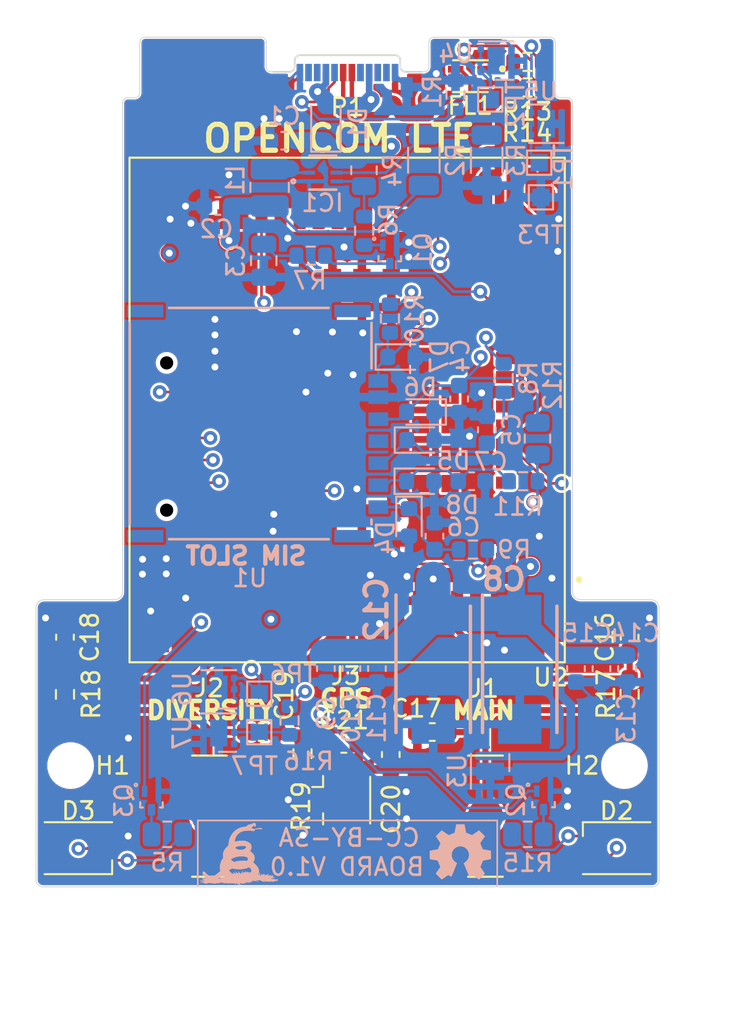
<source format=kicad_pcb>
(kicad_pcb (version 20221018) (generator pcbnew)

  (general
    (thickness 0.8)
  )

  (paper "A4")
  (title_block
    (title "openCom LTE")
    (rev "v1.0")
    (company "Liberated Embedded Systems")
    (comment 1 "Licensed under Creative Commons Attribution 4.0.")
    (comment 4 "https://liberatedsystems.co.uk")
  )

  (layers
    (0 "F.Cu" signal)
    (1 "In1.Cu" signal)
    (2 "In2.Cu" signal)
    (31 "B.Cu" signal)
    (32 "B.Adhes" user "B.Adhesive")
    (33 "F.Adhes" user "F.Adhesive")
    (34 "B.Paste" user)
    (35 "F.Paste" user)
    (36 "B.SilkS" user "B.Silkscreen")
    (37 "F.SilkS" user "F.Silkscreen")
    (38 "B.Mask" user)
    (39 "F.Mask" user)
    (40 "Dwgs.User" user "User.Drawings")
    (41 "Cmts.User" user "User.Comments")
    (42 "Eco1.User" user "User.Eco1")
    (43 "Eco2.User" user "User.Eco2")
    (44 "Edge.Cuts" user)
    (45 "Margin" user)
    (46 "B.CrtYd" user "B.Courtyard")
    (47 "F.CrtYd" user "F.Courtyard")
    (48 "B.Fab" user)
    (49 "F.Fab" user)
    (50 "User.1" user)
    (51 "User.2" user)
    (52 "User.3" user)
    (53 "User.4" user)
    (54 "User.5" user)
    (55 "User.6" user)
    (56 "User.7" user)
    (57 "User.8" user)
    (58 "User.9" user)
  )

  (setup
    (stackup
      (layer "F.SilkS" (type "Top Silk Screen"))
      (layer "F.Paste" (type "Top Solder Paste"))
      (layer "F.Mask" (type "Top Solder Mask") (thickness 0.01))
      (layer "F.Cu" (type "copper") (thickness 0.035))
      (layer "dielectric 1" (type "prepreg") (thickness 0.1) (material "FR4") (epsilon_r 4.5) (loss_tangent 0.02))
      (layer "In1.Cu" (type "copper") (thickness 0.035))
      (layer "dielectric 2" (type "core") (thickness 0.44) (material "FR4") (epsilon_r 4.5) (loss_tangent 0.02))
      (layer "In2.Cu" (type "copper") (thickness 0.035))
      (layer "dielectric 3" (type "prepreg") (thickness 0.1) (material "FR4") (epsilon_r 4.5) (loss_tangent 0.02))
      (layer "B.Cu" (type "copper") (thickness 0.035))
      (layer "B.Mask" (type "Bottom Solder Mask") (thickness 0.01))
      (layer "B.Paste" (type "Bottom Solder Paste"))
      (layer "B.SilkS" (type "Bottom Silk Screen"))
      (copper_finish "None")
      (dielectric_constraints no)
    )
    (pad_to_mask_clearance 0)
    (pcbplotparams
      (layerselection 0x00010fc_ffffffff)
      (plot_on_all_layers_selection 0x0000000_00000000)
      (disableapertmacros false)
      (usegerberextensions false)
      (usegerberattributes true)
      (usegerberadvancedattributes true)
      (creategerberjobfile true)
      (dashed_line_dash_ratio 12.000000)
      (dashed_line_gap_ratio 3.000000)
      (svgprecision 4)
      (plotframeref false)
      (viasonmask false)
      (mode 1)
      (useauxorigin false)
      (hpglpennumber 1)
      (hpglpenspeed 20)
      (hpglpendiameter 15.000000)
      (dxfpolygonmode true)
      (dxfimperialunits true)
      (dxfusepcbnewfont true)
      (psnegative false)
      (psa4output false)
      (plotreference true)
      (plotvalue true)
      (plotinvisibletext false)
      (sketchpadsonfab false)
      (subtractmaskfromsilk false)
      (outputformat 1)
      (mirror false)
      (drillshape 0)
      (scaleselection 1)
      (outputdirectory "gen/")
    )
  )

  (net 0 "")
  (net 1 "VBUS")
  (net 2 "GND")
  (net 3 "+3V8")
  (net 4 "/POWER_GOOD")
  (net 5 "/USIM_PRESENCE")
  (net 6 "/ANT_MAIN")
  (net 7 "/ANT_DIV")
  (net 8 "/ANT_GNSS")
  (net 9 "Net-(J3-In)")
  (net 10 "Net-(D1-A)")
  (net 11 "Net-(D2-K)")
  (net 12 "Net-(D3-K)")
  (net 13 "/USB_D+")
  (net 14 "/USB_D-")
  (net 15 "Net-(IC1-SW)")
  (net 16 "Net-(IC1-FB)")
  (net 17 "Net-(IC1-PG)")
  (net 18 "Net-(P1-CC)")
  (net 19 "unconnected-(P1-VCONN-PadB5)")
  (net 20 "Net-(Q1-B)")
  (net 21 "Net-(Q1-C)")
  (net 22 "/NETLIGHT")
  (net 23 "Net-(Q2-C)")
  (net 24 "/STATUS")
  (net 25 "Net-(Q3-C)")
  (net 26 "/USIM_RST")
  (net 27 "/USIM_CLK")
  (net 28 "/VDD_EXT")
  (net 29 "/USIM_DATA")
  (net 30 "Net-(R13-Pad1)")
  (net 31 "Net-(R14-Pad1)")
  (net 32 "Net-(R16-Pad2)")
  (net 33 "Net-(U2-USB_BOOT)")
  (net 34 "unconnected-(U1-VPP-PadC6)")
  (net 35 "unconnected-(U2-RESET_N-Pad17)")
  (net 36 "unconnected-(U2-PCM_DOUT-Pad7)")
  (net 37 "unconnected-(U2-PCM_DIN-Pad6)")
  (net 38 "unconnected-(U2-PCM_SYNC-Pad5)")
  (net 39 "unconnected-(U2-PCM_CLK-Pad4)")
  (net 40 "unconnected-(U2-RI-Pad39)")
  (net 41 "unconnected-(U2-DCD-Pad38)")
  (net 42 "unconnected-(U2-RTS-Pad37)")
  (net 43 "unconnected-(U2-CTS-Pad36)")
  (net 44 "unconnected-(U2-TXD-Pad35)")
  (net 45 "unconnected-(U2-RXD-Pad34)")
  (net 46 "unconnected-(U2-I2C_SCL-Pad40)")
  (net 47 "unconnected-(U2-I2C_SDA-Pad41)")
  (net 48 "unconnected-(U2-ADC0-Pad24)")
  (net 49 "unconnected-(U2-AP_READY-Pad19)")
  (net 50 "unconnected-(U2-DTR-Pad30)")
  (net 51 "unconnected-(U2-SPI_MISO-Pad28)")
  (net 52 "unconnected-(U2-SPI_MOSI-Pad27)")
  (net 53 "unconnected-(U2-SPI_CLK-Pad26)")
  (net 54 "unconnected-(U2-USIM2_RST-Pad85)")
  (net 55 "unconnected-(U2-USIM2_CLK-Pad84)")
  (net 56 "unconnected-(U2-USIM2_PRESENCE-Pad83)")
  (net 57 "unconnected-(U2-USIM2_DATA-Pad86)")
  (net 58 "unconnected-(U2-USIM2_VDD-Pad87)")
  (net 59 "/USIM_VDD")
  (net 60 "Net-(U1-RST)")
  (net 61 "Net-(U1-CLK)")
  (net 62 "Net-(U1-I{slash}O)")
  (net 63 "Net-(C17-Pad1)")
  (net 64 "Net-(C19-Pad1)")
  (net 65 "/USBC_D+")
  (net 66 "/USBC_D-")
  (net 67 "unconnected-(U2-RESERVED-Pad18)")
  (net 68 "unconnected-(U2-DBG_RXD-Pad22)")

  (footprint "CONSMA002-SMD:LINX_CONSMA002-SMD" (layer "F.Cu") (at 151.72 142.15))

  (footprint "Resistor_SMD:R_0603_1608Metric" (layer "F.Cu") (at 154.15 98.575 180))

  (footprint "Resistor_SMD:R_0603_1608Metric_Pad0.98x0.95mm_HandSolder" (layer "F.Cu") (at 160.05 135.1125 -90))

  (footprint "LED_SMD:LED_Cree-PLCC4_3.2x2.8mm_CCW" (layer "F.Cu") (at 128.2 144 180))

  (footprint "Capacitor_SMD:C_0603_1608Metric_Pad1.08x0.95mm_HandSolder" (layer "F.Cu") (at 146.25 138.5875 -90))

  (footprint "Resistor_SMD:R_0603_1608Metric_Pad0.98x0.95mm_HandSolder" (layer "F.Cu") (at 141.15 138.5375 -90))

  (footprint "Connector_USB:USB_C_Plug_Molex_105444" (layer "F.Cu") (at 143.75 99.15))

  (footprint "MountingHole:MountingHole_2.2mm_M2" (layer "F.Cu") (at 159.75 139.23))

  (footprint "LED_SMD:LED_Cree-PLCC4_3.2x2.8mm_CCW" (layer "F.Cu") (at 159.3 144))

  (footprint "CONSMA002-SMD:LINX_CONSMA002-SMD" (layer "F.Cu") (at 135.77 142.15))

  (footprint "Capacitor_SMD:C_0603_1608Metric_Pad1.08x0.95mm_HandSolder" (layer "F.Cu") (at 160.05 131.8125 90))

  (footprint "Capacitor_SMD:C_0603_1608Metric_Pad1.08x0.95mm_HandSolder" (layer "F.Cu") (at 138.7675 137.29))

  (footprint "Capacitor_SMD:C_0603_1608Metric_Pad1.08x0.95mm_HandSolder" (layer "F.Cu") (at 127.425 131.8125 90))

  (footprint "Capacitor_SMD:C_0603_1608Metric_Pad1.08x0.95mm_HandSolder" (layer "F.Cu") (at 148.6475 137.29 180))

  (footprint "Capacitor_SMD:C_0603_1608Metric_Pad1.08x0.95mm_HandSolder" (layer "F.Cu") (at 143.5375 137.975))

  (footprint "Resistor_SMD:R_0603_1608Metric_Pad0.98x0.95mm_HandSolder" (layer "F.Cu") (at 127.425 135.1125 -90))

  (footprint "MountingHole:MountingHole_2.2mm_M2" (layer "F.Cu") (at 127.75 139.23))

  (footprint "Resistor_SMD:R_0603_1608Metric" (layer "F.Cu") (at 154.15 100.05 180))

  (footprint "DLW21SN900SQ2L:FIL_DLW21SN900SQ2L" (layer "F.Cu") (at 150.85 99.4 180))

  (footprint "EG95:XCVR_EG95" (layer "F.Cu")
    (tstamp f851ed5b-4e23-405b-b1aa-e8d65dde7576)
    (at 143.73 118.685 180)
    (property "MANUFACTURER" "Quectel")
    (property "MAXIMUM_PACKAGE_HEIGHT" "2.5mm")
    (property "PARTREV" "1.5")
    (property "STANDARD" "Manufacturer Recommendations")
    (property "Sheetfile" "Roamer.kicad_sch")
    (property "Sheetname" "")
    (path "/e6a6b14f-fc94-4e9b-b34c-71e0e50cdc39")
    (attr smd)
    (fp_text reference "U2" (at -11.76 -15.445) (layer "F.SilkS")
        (effects (font (size 1 1) (thickness 0.153)))
      (tstamp 1d464947-5842-4187-a9bd-c30a4e55b624)
    )
    (fp_text value "EG95" (at -12.635 15.715) (layer "F.Fab")
        (effects (font (size 1 1) (thickness 0.15)))
      (tstamp 7b80973e-b338-4301-a0a8-35a68cefc798)
    )
    (fp_circle (center -5.95 -4.25) (end -5.478 -4.25)
      (stroke (width 0) (type solid)) (fill solid) (layer "F.Paste") (tstamp 67d3b74d-81a9-43e5-82a0-a58ecb94a205))
    (fp_circle (center -5.95 -2.55) (end -5.478 -2.55)
      (stroke (width 0) (type solid)) (fill solid) (layer "F.Paste") (tstamp 12d7749c-79c9-41a7-b0f5-19f3bfe17632))
    (fp_circle (center -5.95 -0.85) (end -5.478 -0.85)
      (stroke (width 0) (type solid)) (fill solid) (layer "F.Paste") (tstamp 4e384b70-bee1-4f3c-923a-35ca47ab2658))
    (fp_circle (center -5.95 0.85) (end -5.478 0.85)
      (stroke (width 0) (type solid)) (fill solid) (layer "F.Paste") (tstamp 6d05fc8f-1146-4558-87f4-124d02db3765))
    (fp_circle (center -5.95 2.55) (end -5.478 2.55)
      (stroke (width 0) (type solid)) (fill solid) (layer "F.Paste") (tstamp 357ed333-a131-4460-9f03-f99d16791163))
    (fp_circle (center -5.95 4.25) (end -5.478 4.25)
      (stroke (width 0) (type solid)) (fill solid) (layer "F.Paste") (tstamp 63f94867-3c9e-4667-930a-fee0f1e2ebe2))
    (fp_circle (center -4.25 -4.25) (end -3.778 -4.25)
      (stroke (width 0) (type solid)) (fill solid) (layer "F.Paste") (tstamp 13cc66c6-7510-4e83-a694-d08949b734e5))
    (fp_circle (center -4.25 -2.55) (end -3.778 -2.55)
      (stroke (width 0) (type solid)) (fill solid) (layer "F.Paste") (tstamp 8c7a9cf3-ddbd-4b7c-bebc-49031a5e6d73))
    (fp_circle (center -4.25 -0.85) (end -3.778 -0.85)
      (stroke (width 0) (type solid)) (fill solid) (layer "F.Paste") (tstamp 3d9d3b4e-af9b-4dbc-9336-c29b3746faba))
    (fp_circle (center -4.25 0.85) (end -3.778 0.85)
      (stroke (width 0) (type solid)) (fill solid) (layer "F.Paste") (tstamp 690ddcd6-4d8e-42c0-ad75-ff9db3797b01))
    (fp_circle (center -4.25 2.55) (end -3.778 2.55)
      (stroke (width 0) (type solid)) (fill solid) (layer "F.Paste") (tstamp 75b36f97-51b2-4f40-b557-750c42c33062))
    (fp_circle (center -4.25 4.25) (end -3.778 4.25)
      (stroke (width 0) (type solid)) (fill solid) (layer "F.Paste") (tstamp 4e758d36-1513-487c-9267-fc087fa18d60))
    (fp_circle (center -2.55 -7.65) (end -2.078 -7.65)
      (stroke (width 0) (type solid)) (fill solid) (layer "F.Paste") (tstamp 3633692c-49f1-42ca-94b0-b891b5a33b8a))
    (fp_circle (center -2.55 -5.95) (end -2.078 -5.95)
      (stroke (width 0) (type solid)) (fill solid) (layer "F.Paste") (tstamp daf7962a-2a44-472f-b9c9-8c84ea1849f8))
    (fp_circle (center -2.55 5.95) (end -2.078 5.95)
      (stroke (width 0) (type solid)) (fill solid) (layer "F.Paste") (tstamp 32fabbac-dc5d-4778-92ac-b5c62bce09fe))
    (fp_circle (center -2.55 7.65) (end -2.078 7.65)
      (stroke (width 0) (type solid)) (fill solid) (layer "F.Paste") (tstamp b9df1aa6-a689-4293-8753-7c59f8230178))
    (fp_circle (center -0.85 -7.65) (end -0.378 -7.65)
      (stroke (width 0) (type solid)) (fill solid) (layer "F.Paste") (tstamp 4d0be172-5136-470d-b73a-7a8cb51ed73c))
    (fp_circle (center -0.85 -5.95) (end -0.378 -5.95)
      (stroke (width 0) (type solid)) (fill solid) (layer "F.Paste") (tstamp e9ad7bc7-db7f-41e8-8090-37c9b439c87a))
    (fp_circle (center -0.85 5.95) (end -0.378 5.95)
      (stroke (width 0) (type solid)) (fill solid) (layer "F.Paste") (tstamp 4a30cd4e-e496-41e4-82a6-3686d3ecb188))
    (fp_circle (center -0.85 7.65) (end -0.378 7.65)
      (stroke (width 0) (type solid)) (fill solid) (layer "F.Paste") (tstamp 55b8e7ce-c026-444a-87d3-c25fb53b51c9))
    (fp_circle (center 0.85 -7.65) (end 1.322 -7.65)
      (stroke (width 0) (type solid)) (fill solid) (layer "F.Paste") (tstamp 32b20396-c9b0-4873-b9ba-fa2c66fc98d1))
    (fp_circle (center 0.85 -5.95) (end 1.322 -5.95)
      (stroke (width 0) (type solid)) (fill solid) (layer "F.Paste") (tstamp e03b0b90-06f2-4e0d-a234-628bf843efeb))
    (fp_circle (center 0.85 5.95) (end 1.322 5.95)
      (stroke (width 0) (type solid)) (fill solid) (layer "F.Paste") (tstamp 117ba3fd-2c95-455c-a1fb-79870f2b7c3e))
    (fp_circle (center 0.85 7.65) (end 1.322 7.65)
      (stroke (width 0) (type solid)) (fill solid) (layer "F.Paste") (tstamp 9cebe8bb-5944-4532-84f3-4db69cb5a267))
    (fp_circle (center 2.55 -7.65) (end 3.022 -7.65)
      (stroke (width 0) (type solid)) (fill solid) (layer "F.Paste") (tstamp 4591d32e-0bfd-40f2-a436-d8c4a8df7b9c))
    (fp_circle (center 2.55 -5.95) (end 3.022 -5.95)
      (stroke (width 0) (type solid)) (fill solid) (layer "F.Paste") (tstamp 27feb6eb-48a0-44e1-945e-be4be8aa40cb))
    (fp_circle (center 2.55 5.95) (end 3.022 5.95)
      (stroke (width 0) (type solid)) (fill solid) (layer "F.Paste") (tstamp d0d20436-b778-4fa3-9675-56b791c3d56f))
    (fp_circle (center 2.55 7.65) (end 3.022 7.65)
      (stroke (width 0) (type solid)) (fill solid) (layer "F.Paste") (tstamp defa867d-6b76-49c8-bb58-cf6b459a29a2))
    (fp_circle (center 4.25 -4.25) (end 4.722 -4.25)
      (stroke (width 0) (type solid)) (fill solid) (layer "F.Paste") (tstamp 025de2ef-81a6-402c-bdfe-0f3340f36076))
    (fp_circle (center 4.25 -2.55) (end 4.722 -2.55)
      (stroke (width 0) (type solid)) (fill solid) (layer "F.Paste") (tstamp 920f3030-f3a9-49d9-98b1-ba1e7a6cde5b))
    (fp_circle (center 4.25 -0.85) (end 4.722 -0.85)
      (stroke (width 0) (type solid)) (fill solid) (layer "F.Paste") (tstamp cf2d715c-b57e-4e29-b1b7-62efa84a9561))
    (fp_circle (center 4.25 0.85) (end 4.722 0.85)
      (stroke (width 0) (type solid)) (fill solid) (layer "F.Paste") (tstamp ca71414b-1dcf-458c-9ec7-99f7644ea8d3))
    (fp_circle (center 4.25 2.55) (end 4.722 2.55)
      (stroke (width 0) (type solid)) (fill solid) (layer "F.Paste") (tstamp c74df507-238b-4f61-b908-673a0ad914c0))
    (fp_circle (center 4.25 4.25) (end 4.722 4.25)
      (stroke (width 0) (type solid)) (fill solid) (layer "F.Paste") (tstamp 89941a95-52f2-4f01-b5ae-ea2ee97dc086))
    (fp_circle (center 5.95 -4.25) (end 6.422 -4.25)
      (stroke (width 0) (type solid)) (fill solid) (layer "F.Paste") (tstamp 464d7fed-1c31-488c-ad54-5f06dec5a552))
    (fp_circle (center 5.95 -2.55) (end 6.422 -2.55)
      (stroke (width 0) (type solid)) (fill solid) (layer "F.Paste") (tstamp 7989918b-1f57-4399-89ef-f58e0c36eb2c))
    (fp_circle (center 5.95 -0.85) (end 6.422 -0.85)
      (stroke (width 0) (type solid)) (fill solid) (layer "F.Paste") (tstamp 338601a2-47bf-49f9-ba85-32e5a710140d))
    (fp_circle (center 5.95 0.85) (end 6.422 0.85)
      (stroke (width 0) (type solid)) (fill solid) (layer "F.Paste") (tstamp 12da4203-b063-4a2b-968e-3657dc112560))
    (fp_circle (center 5.95 2.55) (end 6.422 2.55)
      (stroke (width 0) (type solid)) (fill solid) (layer "F.Paste") (tstamp 7f6528a6-3a92-4aca-ba64-fc076fca4400))
    (fp_circle (center 5.95 4.25) (end 6.422 4.25)
      (stroke (width 0) (type solid)) (fill solid) (layer "F.Paste") (tstamp faf3a879-e27f-4ff1-b81f-1530938d56fc))
    (fp_poly
      (pts
        (xy -11.66 -13.66)
        (xy -10.64 -13.66)
        (xy -10.64 -12.64)
        (xy -11.66 -12.64)
      )

      (stroke (width 0.01) (type solid)) (fill solid) (layer "F.Paste") (tstamp a4cf9f7c-fc80-4a6e-8aed-8618a06b9c70))
    (fp_poly
      (pts
        (xy -10.54 13.56)
        (xy -10.78 13.56)
        (xy -11.56 12.78)
        (xy -11.56 12.54)
        (xy -10.54 12.54)
      )

      (stroke (width 0.0001) (type solid)) (fill solid) (layer "F.Paste") (tstamp 36e8bdf4-fab0-480a-ae07-fd85752c3d27))
    (fp_poly
      (pts
        (xy -10.54 13.56)
        (xy -10.78 13.56)
        (xy -11.56 12.78)
        (xy -11.56 12.54)
        (xy -10.54 12.54)
      )

      (stroke (width 0.0001) (type solid)) (fill solid) (layer "F.Paste") (tstamp fb33d6b7-c026-42c4-b8ab-e0e13b2d656e))
    (fp_poly
      (pts
        (xy 10.54 -13.56)
        (xy 10.78 -13.56)
        (xy 11.56 -12.78)
        (xy 11.56 -12.54)
        (xy 10.54 -12.54)
      )

      (stroke (width 0.0001) (type solid)) (fill solid) (layer "F.Paste") (tstamp 74c62a22-a856-4ac7-bb7a-1febdc12e728))
    (fp_poly
      (pts
        (xy 10.54 13.56)
        (xy 10.78 13.56)
        (xy 11.56 12.78)
        (xy 11.56 12.54)
        (xy 10.54 12.54)
      )

      (stroke (width 0.0001) (type solid)) (fill solid) (layer "F.Paste") (tstamp c4360858-c8a5-42dc-836e-f31e91c33908))
    (fp_poly
      (pts
        (xy -9.525 -9.98)
        (xy -8.825 -9.98)
        (xy -8.819 -9.98)
        (xy -8.814 -9.979)
        (xy -8.808 -9.979)
        (xy -8.802 -9.978)
        (xy -8.797 -9.976)
        (xy -8.791 -9.975)
        (xy -8.786 -9.973)
        (xy -8.78 -9.97)
        (xy -8.775 -9.968)
        (xy -8.77 -9.965)
        (xy -8.765 -9.962)
        (xy -8.76 -9.959)
        (xy -8.756 -9.955)
        (xy -8.751 -9.952)
        (xy -8.747 -9.948)
        (xy -8.743 -9.944)
        (xy -8.74 -9.939)
        (xy -8.736 -9.935)
        (xy -8.733 -9.93)
        (xy -8.73 -9.925)
        (xy -8.727 -9.92)
        (xy -8.725 -9.915)
        (xy -8.722 -9.909)
        (xy -8.72 -9.904)
        (xy -8.719 -9.898)
        (xy -8.717 -9.893)
        (xy -8.716 -9.887)
        (xy -8.716 -9.881)
        (xy -8.715 -9.876)
        (xy -8.715 -9.87)
        (xy -8.715 -9.53)
        (xy -8.715 -9.524)
        (xy -8.716 -9.519)
        (xy -8.716 -9.513)
        (xy -8.717 -9.507)
        (xy -8.719 -9.502)
        (xy -8.72 -9.496)
        (xy -8.722 -9.491)
        (xy -8.725 -9.485)
        (xy -8.727 -9.48)
        (xy -8.73 -9.475)
        (xy -8.733 -9.47)
        (xy -8.736 -9.465)
        (xy -8.74 -9.461)
        (xy -8.743 -9.456)
        (xy -8.747 -9.452)
        (xy -8.751 -9.448)
        (xy -8.756 -9.445)
        (xy -8.76 -9.441)
        (xy -8.765 -9.438)
        (xy -8.77 -9.435)
        (xy -8.775 -9.432)
        (xy -8.78 -9.43)
        (xy -8.786 -9.427)
        (xy -8.791 -9.425)
        (xy -8.797 -9.424)
        (xy -8.802 -9.422)
        (xy -8.808 -9.421)
        (xy -8.814 -9.421)
        (xy -8.819 -9.42)
        (xy -8.825 -9.42)
        (xy -9.525 -9.42)
        (xy -9.531 -9.42)
        (xy -9.536 -9.421)
        (xy -9.542 -9.421)
        (xy -9.548 -9.422)
        (xy -9.553 -9.424)
        (xy -9.559 -9.425)
        (xy -9.564 -9.427)
        (xy -9.57 -9.43)
        (xy -9.575 -9.432)
        (xy -9.58 -9.435)
        (xy -9.585 -9.438)
        (xy -9.59 -9.441)
        (xy -9.594 -9.445)
        (xy -9.599 -9.448)
        (xy -9.603 -9.452)
        (xy -9.607 -9.456)
        (xy -9.61 -9.461)
        (xy -9.614 -9.465)
        (xy -9.617 -9.47)
        (xy -9.62 -9.475)
        (xy -9.623 -9.48)
        (xy -9.625 -9.485)
        (xy -9.628 -9.491)
        (xy -9.63 -9.496)
        (xy -9.631 -9.502)
        (xy -9.633 -9.507)
        (xy -9.634 -9.513)
        (xy -9.634 -9.519)
        (xy -9.635 -9.524)
        (xy -9.635 -9.53)
        (xy -9.635 -9.87)
        (xy -9.635 -9.876)
        (xy -9.634 -9.881)
        (xy -9.634 -9.887)
        (xy -9.633 -9.893)
        (xy -9.631 -9.898)
        (xy -9.63 -9.904)
        (xy -9.628 -9.909)
        (xy -9.625 -9.915)
        (xy -9.623 -9.92)
        (xy -9.62 -9.925)
        (xy -9.617 -9.93)
        (xy -9.614 -9.935)
        (xy -9.61 -9.939)
        (xy -9.607 -9.944)
        (xy -9.603 -9.948)
        (xy -9.599 -9.952)
        (xy -9.594 -9.955)
        (xy -9.59 -9.959)
        (xy -9.585 -9.962)
        (xy -9.58 -9.965)
        (xy -9.575 -9.968)
        (xy -9.57 -9.97)
        (xy -9.564 -9.973)
        (xy -9.559 -9.975)
        (xy -9.553 -9.976)
        (xy -9.548 -9.978)
        (xy -9.542 -9.979)
        (xy -9.536 -9.979)
        (xy -9.531 -9.98)
        (xy -9.525 -9.98)
      )

      (stroke (width 0.0001) (type solid)) (fill solid) (layer "F.Paste") (tstamp 381fb920-c57b-4d2c-bff1-181bec3e7f23))
    (fp_poly
      (pts
        (xy -9.525 -8.88)
        (xy -8.825 -8.88)
        (xy -8.819 -8.88)
        (xy -8.814 -8.879)
        (xy -8.808 -8.879)
        (xy -8.802 -8.878)
        (xy -8.797 -8.876)
        (xy -8.791 -8.875)
        (xy -8.786 -8.873)
        (xy -8.78 -8.87)
        (xy -8.775 -8.868)
        (xy -8.77 -8.865)
        (xy -8.765 -8.862)
        (xy -8.76 -8.859)
        (xy -8.756 -8.855)
        (xy -8.751 -8.852)
        (xy -8.747 -8.848)
        (xy -8.743 -8.844)
        (xy -8.74 -8.839)
        (xy -8.736 -8.835)
        (xy -8.733 -8.83)
        (xy -8.73 -8.825)
        (xy -8.727 -8.82)
        (xy -8.725 -8.815)
        (xy -8.722 -8.809)
        (xy -8.72 -8.804)
        (xy -8.719 -8.798)
        (xy -8.717 -8.793)
        (xy -8.716 -8.787)
        (xy -8.716 -8.781)
        (xy -8.715 -8.776)
        (xy -8.715 -8.77)
        (xy -8.715 -8.43)
        (xy -8.715 -8.424)
        (xy -8.716 -8.419)
        (xy -8.716 -8.413)
        (xy -8.717 -8.407)
        (xy -8.719 -8.402)
        (xy -8.72 -8.396)
        (xy -8.722 -8.391)
        (xy -8.725 -8.385)
        (xy -8.727 -8.38)
        (xy -8.73 -8.375)
        (xy -8.733 -8.37)
        (xy -8.736 -8.365)
        (xy -8.74 -8.361)
        (xy -8.743 -8.356)
        (xy -8.747 -8.352)
        (xy -8.751 -8.348)
        (xy -8.756 -8.345)
        (xy -8.76 -8.341)
        (xy -8.765 -8.338)
        (xy -8.77 -8.335)
        (xy -8.775 -8.332)
        (xy -8.78 -8.33)
        (xy -8.786 -8.327)
        (xy -8.791 -8.325)
        (xy -8.797 -8.324)
        (xy -8.802 -8.322)
        (xy -8.808 -8.321)
        (xy -8.814 -8.321)
        (xy -8.819 -8.32)
        (xy -8.825 -8.32)
        (xy -9.525 -8.32)
        (xy -9.531 -8.32)
        (xy -9.536 -8.321)
        (xy -9.542 -8.321)
        (xy -9.548 -8.322)
        (xy -9.553 -8.324)
        (xy -9.559 -8.325)
        (xy -9.564 -8.327)
        (xy -9.57 -8.33)
        (xy -9.575 -8.332)
        (xy -9.58 -8.335)
        (xy -9.585 -8.338)
        (xy -9.59 -8.341)
        (xy -9.594 -8.345)
        (xy -9.599 -8.348)
        (xy -9.603 -8.352)
        (xy -9.607 -8.356)
        (xy -9.61 -8.361)
        (xy -9.614 -8.365)
        (xy -9.617 -8.37)
        (xy -9.62 -8.375)
        (xy -9.623 -8.38)
        (xy -9.625 -8.385)
        (xy -9.628 -8.391)
        (xy -9.63 -8.396)
        (xy -9.631 -8.402)
        (xy -9.633 -8.407)
        (xy -9.634 -8.413)
        (xy -9.634 -8.419)
        (xy -9.635 -8.424)
        (xy -9.635 -8.43)
        (xy -9.635 -8.77)
        (xy -9.635 -8.776)
        (xy -9.634 -8.781)
        (xy -9.634 -8.787)
        (xy -9.633 -8.793)
        (xy -9.631 -8.798)
        (xy -9.63 -8.804)
        (xy -9.628 -8.809)
        (xy -9.625 -8.815)
        (xy -9.623 -8.82)
        (xy -9.62 -8.825)
        (xy -9.617 -8.83)
        (xy -9.614 -8.835)
        (xy -9.61 -8.839)
        (xy -9.607 -8.844)
        (xy -9.603 -8.848)
        (xy -9.599 -8.852)
        (xy -9.594 -8.855)
        (xy -9.59 -8.859)
        (xy -9.585 -8.862)
        (xy -9.58 -8.865)
        (xy -9.575 -8.868)
        (xy -9.57 -8.87)
        (xy -9.564 -8.873)
        (xy -9.559 -8.875)
        (xy -9.553 -8.876)
        (xy -9.548 -8.878)
        (xy -9.542 -8.879)
        (xy -9.536 -8.879)
        (xy -9.531 -8.88)
        (xy -9.525 -8.88)
      )

      (stroke (width 0.0001) (type solid)) (fill solid) (layer "F.Paste") (tstamp 15a79106-df97-4493-8a49-601ca5566463))
    (fp_poly
      (pts
        (xy -9.525 -7.78)
        (xy -8.825 -7.78)
        (xy -8.819 -7.78)
        (xy -8.814 -7.779)
        (xy -8.808 -7.779)
        (xy -8.802 -7.778)
        (xy -8.797 -7.776)
        (xy -8.791 -7.775)
        (xy -8.786 -7.773)
        (xy -8.78 -7.77)
        (xy -8.775 -7.768)
        (xy -8.77 -7.765)
        (xy -8.765 -7.762)
        (xy -8.76 -7.759)
        (xy -8.756 -7.755)
        (xy -8.751 -7.752)
        (xy -8.747 -7.748)
        (xy -8.743 -7.744)
        (xy -8.74 -7.739)
        (xy -8.736 -7.735)
        (xy -8.733 -7.73)
        (xy -8.73 -7.725)
        (xy -8.727 -7.72)
        (xy -8.725 -7.715)
        (xy -8.722 -7.709)
        (xy -8.72 -7.704)
        (xy -8.719 -7.698)
        (xy -8.717 -7.693)
        (xy -8.716 -7.687)
        (xy -8.716 -7.681)
        (xy -8.715 -7.676)
        (xy -8.715 -7.67)
        (xy -8.715 -7.33)
        (xy -8.715 -7.324)
        (xy -8.716 -7.319)
        (xy -8.716 -7.313)
        (xy -8.717 -7.307)
        (xy -8.719 -7.302)
        (xy -8.72 -7.296)
        (xy -8.722 -7.291)
        (xy -8.725 -7.285)
        (xy -8.727 -7.28)
        (xy -8.73 -7.275)
        (xy -8.733 -7.27)
        (xy -8.736 -7.265)
        (xy -8.74 -7.261)
        (xy -8.743 -7.256)
        (xy -8.747 -7.252)
        (xy -8.751 -7.248)
        (xy -8.756 -7.245)
        (xy -8.76 -7.241)
        (xy -8.765 -7.238)
        (xy -8.77 -7.235)
        (xy -8.775 -7.232)
        (xy -8.78 -7.23)
        (xy -8.786 -7.227)
        (xy -8.791 -7.225)
        (xy -8.797 -7.224)
        (xy -8.802 -7.222)
        (xy -8.808 -7.221)
        (xy -8.814 -7.221)
        (xy -8.819 -7.22)
        (xy -8.825 -7.22)
        (xy -9.525 -7.22)
        (xy -9.531 -7.22)
        (xy -9.536 -7.221)
        (xy -9.542 -7.221)
        (xy -9.548 -7.222)
        (xy -9.553 -7.224)
        (xy -9.559 -7.225)
        (xy -9.564 -7.227)
        (xy -9.57 -7.23)
        (xy -9.575 -7.232)
        (xy -9.58 -7.235)
        (xy -9.585 -7.238)
        (xy -9.59 -7.241)
        (xy -9.594 -7.245)
        (xy -9.599 -7.248)
        (xy -9.603 -7.252)
        (xy -9.607 -7.256)
        (xy -9.61 -7.261)
        (xy -9.614 -7.265)
        (xy -9.617 -7.27)
        (xy -9.62 -7.275)
        (xy -9.623 -7.28)
        (xy -9.625 -7.285)
        (xy -9.628 -7.291)
        (xy -9.63 -7.296)
        (xy -9.631 -7.302)
        (xy -9.633 -7.307)
        (xy -9.634 -7.313)
        (xy -9.634 -7.319)
        (xy -9.635 -7.324)
        (xy -9.635 -7.33)
        (xy -9.635 -7.67)
        (xy -9.635 -7.676)
        (xy -9.634 -7.681)
        (xy -9.634 -7.687)
        (xy -9.633 -7.693)
        (xy -9.631 -7.698)
        (xy -9.63 -7.704)
        (xy -9.628 -7.709)
        (xy -9.625 -7.715)
        (xy -9.623 -7.72)
        (xy -9.62 -7.725)
        (xy -9.617 -7.73)
        (xy -9.614 -7.735)
        (xy -9.61 -7.739)
        (xy -9.607 -7.744)
        (xy -9.603 -7.748)
        (xy -9.599 -7.752)
        (xy -9.594 -7.755)
        (xy -9.59 -7.759)
        (xy -9.585 -7.762)
        (xy -9.58 -7.765)
        (xy -9.575 -7.768)
        (xy -9.57 -7.77)
        (xy -9.564 -7.773)
        (xy -9.559 -7.775)
        (xy -9.553 -7.776)
        (xy -9.548 -7.778)
        (xy -9.542 -7.779)
        (xy -9.536 -7.779)
        (xy -9.531 -7.78)
        (xy -9.525 -7.78)
      )

      (stroke (width 0.0001) (type solid)) (fill solid) (layer "F.Paste") (tstamp 0c575af3-6ed1-46a3-bfde-38643bb7e524))
    (fp_poly
      (pts
        (xy -9.525 -6.68)
        (xy -8.825 -6.68)
        (xy -8.819 -6.68)
        (xy -8.814 -6.679)
        (xy -8.808 -6.679)
        (xy -8.802 -6.678)
        (xy -8.797 -6.676)
        (xy -8.791 -6.675)
        (xy -8.786 -6.673)
        (xy -8.78 -6.67)
        (xy -8.775 -6.668)
        (xy -8.77 -6.665)
        (xy -8.765 -6.662)
        (xy -8.76 -6.659)
        (xy -8.756 -6.655)
        (xy -8.751 -6.652)
        (xy -8.747 -6.648)
        (xy -8.743 -6.644)
        (xy -8.74 -6.639)
        (xy -8.736 -6.635)
        (xy -8.733 -6.63)
        (xy -8.73 -6.625)
        (xy -8.727 -6.62)
        (xy -8.725 -6.615)
        (xy -8.722 -6.609)
        (xy -8.72 -6.604)
        (xy -8.719 -6.598)
        (xy -8.717 -6.593)
        (xy -8.716 -6.587)
        (xy -8.716 -6.581)
        (xy -8.715 -6.576)
        (xy -8.715 -6.57)
        (xy -8.715 -6.23)
        (xy -8.715 -6.224)
        (xy -8.716 -6.219)
        (xy -8.716 -6.213)
        (xy -8.717 -6.207)
        (xy -8.719 -6.202)
        (xy -8.72 -6.196)
        (xy -8.722 -6.191)
        (xy -8.725 -6.185)
        (xy -8.727 -6.18)
        (xy -8.73 -6.175)
        (xy -8.733 -6.17)
        (xy -8.736 -6.165)
        (xy -8.74 -6.161)
        (xy -8.743 -6.156)
        (xy -8.747 -6.152)
        (xy -8.751 -6.148)
        (xy -8.756 -6.145)
        (xy -8.76 -6.141)
        (xy -8.765 -6.138)
        (xy -8.77 -6.135)
        (xy -8.775 -6.132)
        (xy -8.78 -6.13)
        (xy -8.786 -6.127)
        (xy -8.791 -6.125)
        (xy -8.797 -6.124)
        (xy -8.802 -6.122)
        (xy -8.808 -6.121)
        (xy -8.814 -6.121)
        (xy -8.819 -6.12)
        (xy -8.825 -6.12)
        (xy -9.525 -6.12)
        (xy -9.531 -6.12)
        (xy -9.536 -6.121)
        (xy -9.542 -6.121)
        (xy -9.548 -6.122)
        (xy -9.553 -6.124)
        (xy -9.559 -6.125)
        (xy -9.564 -6.127)
        (xy -9.57 -6.13)
        (xy -9.575 -6.132)
        (xy -9.58 -6.135)
        (xy -9.585 -6.138)
        (xy -9.59 -6.141)
        (xy -9.594 -6.145)
        (xy -9.599 -6.148)
        (xy -9.603 -6.152)
        (xy -9.607 -6.156)
        (xy -9.61 -6.161)
        (xy -9.614 -6.165)
        (xy -9.617 -6.17)
        (xy -9.62 -6.175)
        (xy -9.623 -6.18)
        (xy -9.625 -6.185)
        (xy -9.628 -6.191)
        (xy -9.63 -6.196)
        (xy -9.631 -6.202)
        (xy -9.633 -6.207)
        (xy -9.634 -6.213)
        (xy -9.634 -6.219)
        (xy -9.635 -6.224)
        (xy -9.635 -6.23)
        (xy -9.635 -6.57)
        (xy -9.635 -6.576)
        (xy -9.634 -6.581)
        (xy -9.634 -6.587)
        (xy -9.633 -6.593)
        (xy -9.631 -6.598)
        (xy -9.63 -6.604)
        (xy -9.628 -6.609)
        (xy -9.625 -6.615)
        (xy -9.623 -6.62)
        (xy -9.62 -6.625)
        (xy -9.617 -6.63)
        (xy -9.614 -6.635)
        (xy -9.61 -6.639)
        (xy -9.607 -6.644)
        (xy -9.603 -6.648)
        (xy -9.599 -6.652)
        (xy -9.594 -6.655)
        (xy -9.59 -6.659)
        (xy -9.585 -6.662)
        (xy -9.58 -6.665)
        (xy -9.575 -6.668)
        (xy -9.57 -6.67)
        (xy -9.564 -6.673)
        (xy -9.559 -6.675)
        (xy -9.553 -6.676)
        (xy -9.548 -6.678)
        (xy -9.542 -6.679)
        (xy -9.536 -6.679)
        (xy -9.531 -6.68)
        (xy -9.525 -6.68)
      )

      (stroke (width 0.0001) (type solid)) (fill solid) (layer "F.Paste") (tstamp 4a9d6eca-1bec-49f3-8d4a-6444aca6165c))
    (fp_poly
      (pts
        (xy -9.525 -5.58)
        (xy -8.825 -5.58)
        (xy -8.819 -5.58)
        (xy -8.814 -5.579)
        (xy -8.808 -5.579)
        (xy -8.802 -5.578)
        (xy -8.797 -5.576)
        (xy -8.791 -5.575)
        (xy -8.786 -5.573)
        (xy -8.78 -5.57)
        (xy -8.775 -5.568)
        (xy -8.77 -5.565)
        (xy -8.765 -5.562)
        (xy -8.76 -5.559)
        (xy -8.756 -5.555)
        (xy -8.751 -5.552)
        (xy -8.747 -5.548)
        (xy -8.743 -5.544)
        (xy -8.74 -5.539)
        (xy -8.736 -5.535)
        (xy -8.733 -5.53)
        (xy -8.73 -5.525)
        (xy -8.727 -5.52)
        (xy -8.725 -5.515)
        (xy -8.722 -5.509)
        (xy -8.72 -5.504)
        (xy -8.719 -5.498)
        (xy -8.717 -5.493)
        (xy -8.716 -5.487)
        (xy -8.716 -5.481)
        (xy -8.715 -5.476)
        (xy -8.715 -5.47)
        (xy -8.715 -5.13)
        (xy -8.715 -5.124)
        (xy -8.716 -5.119)
        (xy -8.716 -5.113)
        (xy -8.717 -5.107)
        (xy -8.719 -5.102)
        (xy -8.72 -5.096)
        (xy -8.722 -5.091)
        (xy -8.725 -5.085)
        (xy -8.727 -5.08)
        (xy -8.73 -5.075)
        (xy -8.733 -5.07)
        (xy -8.736 -5.065)
        (xy -8.74 -5.061)
        (xy -8.743 -5.056)
        (xy -8.747 -5.052)
        (xy -8.751 -5.048)
        (xy -8.756 -5.045)
        (xy -8.76 -5.041)
        (xy -8.765 -5.038)
        (xy -8.77 -5.035)
        (xy -8.775 -5.032)
        (xy -8.78 -5.03)
        (xy -8.786 -5.027)
        (xy -8.791 -5.025)
        (xy -8.797 -5.024)
        (xy -8.802 -5.022)
        (xy -8.808 -5.021)
        (xy -8.814 -5.021)
        (xy -8.819 -5.02)
        (xy -8.825 -5.02)
        (xy -9.525 -5.02)
        (xy -9.531 -5.02)
        (xy -9.536 -5.021)
        (xy -9.542 -5.021)
        (xy -9.548 -5.022)
        (xy -9.553 -5.024)
        (xy -9.559 -5.025)
        (xy -9.564 -5.027)
        (xy -9.57 -5.03)
        (xy -9.575 -5.032)
        (xy -9.58 -5.035)
        (xy -9.585 -5.038)
        (xy -9.59 -5.041)
        (xy -9.594 -5.045)
        (xy -9.599 -5.048)
        (xy -9.603 -5.052)
        (xy -9.607 -5.056)
        (xy -9.61 -5.061)
        (xy -9.614 -5.065)
        (xy -9.617 -5.07)
        (xy -9.62 -5.075)
        (xy -9.623 -5.08)
        (xy -9.625 -5.085)
        (xy -9.628 -5.091)
        (xy -9.63 -5.096)
        (xy -9.631 -5.102)
        (xy -9.633 -5.107)
        (xy -9.634 -5.113)
        (xy -9.634 -5.119)
        (xy -9.635 -5.124)
        (xy -9.635 -5.13)
        (xy -9.635 -5.47)
        (xy -9.635 -5.476)
        (xy -9.634 -5.481)
        (xy -9.634 -5.487)
        (xy -9.633 -5.493)
        (xy -9.631 -5.498)
        (xy -9.63 -5.504)
        (xy -9.628 -5.509)
        (xy -9.625 -5.515)
        (xy -9.623 -5.52)
        (xy -9.62 -5.525)
        (xy -9.617 -5.53)
        (xy -9.614 -5.535)
        (xy -9.61 -5.539)
        (xy -9.607 -5.544)
        (xy -9.603 -5.548)
        (xy -9.599 -5.552)
        (xy -9.594 -5.555)
        (xy -9.59 -5.559)
        (xy -9.585 -5.562)
        (xy -9.58 -5.565)
        (xy -9.575 -5.568)
        (xy -9.57 -5.57)
        (xy -9.564 -5.573)
        (xy -9.559 -5.575)
        (xy -9.553 -5.576)
        (xy -9.548 -5.578)
        (xy -9.542 -5.579)
        (xy -9.536 -5.579)
        (xy -9.531 -5.58)
        (xy -9.525 -5.58)
      )

      (stroke (width 0.0001) (type solid)) (fill solid) (layer "F.Paste") (tstamp e40f3414-f91c-4fbd-a4de-8dc5493441cf))
    (fp_poly
      (pts
        (xy -9.525 -4.48)
        (xy -8.825 -4.48)
        (xy -8.819 -4.48)
        (xy -8.814 -4.479)
        (xy -8.808 -4.479)
        (xy -8.802 -4.478)
        (xy -8.797 -4.476)
        (xy -8.791 -4.475)
        (xy -8.786 -4.473)
        (xy -8.78 -4.47)
        (xy -8.775 -4.468)
        (xy -8.77 -4.465)
        (xy -8.765 -4.462)
        (xy -8.76 -4.459)
        (xy -8.756 -4.455)
        (xy -8.751 -4.452)
        (xy -8.747 -4.448)
        (xy -8.743 -4.444)
        (xy -8.74 -4.439)
        (xy -8.736 -4.435)
        (xy -8.733 -4.43)
        (xy -8.73 -4.425)
        (xy -8.727 -4.42)
        (xy -8.725 -4.415)
        (xy -8.722 -4.409)
        (xy -8.72 -4.404)
        (xy -8.719 -4.398)
        (xy -8.717 -4.393)
        (xy -8.716 -4.387)
        (xy -8.716 -4.381)
        (xy -8.715 -4.376)
        (xy -8.715 -4.37)
        (xy -8.715 -4.03)
        (xy -8.715 -4.024)
        (xy -8.716 -4.019)
        (xy -8.716 -4.013)
        (xy -8.717 -4.007)
        (xy -8.719 -4.002)
        (xy -8.72 -3.996)
        (xy -8.722 -3.991)
        (xy -8.725 -3.985)
        (xy -8.727 -3.98)
        (xy -8.73 -3.975)
        (xy -8.733 -3.97)
        (xy -8.736 -3.965)
        (xy -8.74 -3.961)
        (xy -8.743 -3.956)
        (xy -8.747 -3.952)
        (xy -8.751 -3.948)
        (xy -8.756 -3.945)
        (xy -8.76 -3.941)
        (xy -8.765 -3.938)
        (xy -8.77 -3.935)
        (xy -8.775 -3.932)
        (xy -8.78 -3.93)
        (xy -8.786 -3.927)
        (xy -8.791 -3.925)
        (xy -8.797 -3.924)
        (xy -8.802 -3.922)
        (xy -8.808 -3.921)
        (xy -8.814 -3.921)
        (xy -8.819 -3.92)
        (xy -8.825 -3.92)
        (xy -9.525 -3.92)
        (xy -9.531 -3.92)
        (xy -9.536 -3.921)
        (xy -9.542 -3.921)
        (xy -9.548 -3.922)
        (xy -9.553 -3.924)
        (xy -9.559 -3.925)
        (xy -9.564 -3.927)
        (xy -9.57 -3.93)
        (xy -9.575 -3.932)
        (xy -9.58 -3.935)
        (xy -9.585 -3.938)
        (xy -9.59 -3.941)
        (xy -9.594 -3.945)
        (xy -9.599 -3.948)
        (xy -9.603 -3.952)
        (xy -9.607 -3.956)
        (xy -9.61 -3.961)
        (xy -9.614 -3.965)
        (xy -9.617 -3.97)
        (xy -9.62 -3.975)
        (xy -9.623 -3.98)
        (xy -9.625 -3.985)
        (xy -9.628 -3.991)
        (xy -9.63 -3.996)
        (xy -9.631 -4.002)
        (xy -9.633 -4.007)
        (xy -9.634 -4.013)
        (xy -9.634 -4.019)
        (xy -9.635 -4.024)
        (xy -9.635 -4.03)
        (xy -9.635 -4.37)
        (xy -9.635 -4.376)
        (xy -9.634 -4.381)
        (xy -9.634 -4.387)
        (xy -9.633 -4.393)
        (xy -9.631 -4.398)
        (xy -9.63 -4.404)
        (xy -9.628 -4.409)
        (xy -9.625 -4.415)
        (xy -9.623 -4.42)
        (xy -9.62 -4.425)
        (xy -9.617 -4.43)
        (xy -9.614 -4.435)
        (xy -9.61 -4.439)
        (xy -9.607 -4.444)
        (xy -9.603 -4.448)
        (xy -9.599 -4.452)
        (xy -9.594 -4.455)
        (xy -9.59 -4.459)
        (xy -9.585 -4.462)
        (xy -9.58 -4.465)
        (xy -9.575 -4.468)
        (xy -9.57 -4.47)
        (xy -9.564 -4.473)
        (xy -9.559 -4.475)
        (xy -9.553 -4.476)
        (xy -9.548 -4.478)
        (xy -9.542 -4.479)
        (xy -9.536 -4.479)
        (xy -9.531 -4.48)
        (xy -9.525 -4.48)
      )

      (stroke (width 0.0001) (type solid)) (fill solid) (layer "F.Paste") (tstamp 632251aa-57d5-41fd-a286-0fe541e8b458))
    (fp_poly
      (pts
        (xy -9.525 -3.38)
        (xy -8.825 -3.38)
        (xy -8.819 -3.38)
        (xy -8.814 -3.379)
        (xy -8.808 -3.379)
        (xy -8.802 -3.378)
        (xy -8.797 -3.376)
        (xy -8.791 -3.375)
        (xy -8.786 -3.373)
        (xy -8.78 -3.37)
        (xy -8.775 -3.368)
        (xy -8.77 -3.365)
        (xy -8.765 -3.362)
        (xy -8.76 -3.359)
        (xy -8.756 -3.355)
        (xy -8.751 -3.352)
        (xy -8.747 -3.348)
        (xy -8.743 -3.344)
        (xy -8.74 -3.339)
        (xy -8.736 -3.335)
        (xy -8.733 -3.33)
        (xy -8.73 -3.325)
        (xy -8.727 -3.32)
        (xy -8.725 -3.315)
        (xy -8.722 -3.309)
        (xy -8.72 -3.304)
        (xy -8.719 -3.298)
        (xy -8.717 -3.293)
        (xy -8.716 -3.287)
        (xy -8.716 -3.281)
        (xy -8.715 -3.276)
        (xy -8.715 -3.27)
        (xy -8.715 -2.93)
        (xy -8.715 -2.924)
        (xy -8.716 -2.919)
        (xy -8.716 -2.913)
        (xy -8.717 -2.907)
        (xy -8.719 -2.902)
        (xy -8.72 -2.896)
        (xy -8.722 -2.891)
        (xy -8.725 -2.885)
        (xy -8.727 -2.88)
        (xy -8.73 -2.875)
        (xy -8.733 -2.87)
        (xy -8.736 -2.865)
        (xy -8.74 -2.861)
        (xy -8.743 -2.856)
        (xy -8.747 -2.852)
        (xy -8.751 -2.848)
        (xy -8.756 -2.845)
        (xy -8.76 -2.841)
        (xy -8.765 -2.838)
        (xy -8.77 -2.835)
        (xy -8.775 -2.832)
        (xy -8.78 -2.83)
        (xy -8.786 -2.827)
        (xy -8.791 -2.825)
        (xy -8.797 -2.824)
        (xy -8.802 -2.822)
        (xy -8.808 -2.821)
        (xy -8.814 -2.821)
        (xy -8.819 -2.82)
        (xy -8.825 -2.82)
        (xy -9.525 -2.82)
        (xy -9.531 -2.82)
        (xy -9.536 -2.821)
        (xy -9.542 -2.821)
        (xy -9.548 -2.822)
        (xy -9.553 -2.824)
        (xy -9.559 -2.825)
        (xy -9.564 -2.827)
        (xy -9.57 -2.83)
        (xy -9.575 -2.832)
        (xy -9.58 -2.835)
        (xy -9.585 -2.838)
        (xy -9.59 -2.841)
        (xy -9.594 -2.845)
        (xy -9.599 -2.848)
        (xy -9.603 -2.852)
        (xy -9.607 -2.856)
        (xy -9.61 -2.861)
        (xy -9.614 -2.865)
        (xy -9.617 -2.87)
        (xy -9.62 -2.875)
        (xy -9.623 -2.88)
        (xy -9.625 -2.885)
        (xy -9.628 -2.891)
        (xy -9.63 -2.896)
        (xy -9.631 -2.902)
        (xy -9.633 -2.907)
        (xy -9.634 -2.913)
        (xy -9.634 -2.919)
        (xy -9.635 -2.924)
        (xy -9.635 -2.93)
        (xy -9.635 -3.27)
        (xy -9.635 -3.276)
        (xy -9.634 -3.281)
        (xy -9.634 -3.287)
        (xy -9.633 -3.293)
        (xy -9.631 -3.298)
        (xy -9.63 -3.304)
        (xy -9.628 -3.309)
        (xy -9.625 -3.315)
        (xy -9.623 -3.32)
        (xy -9.62 -3.325)
        (xy -9.617 -3.33)
        (xy -9.614 -3.335)
        (xy -9.61 -3.339)
        (xy -9.607 -3.344)
        (xy -9.603 -3.348)
        (xy -9.599 -3.352)
        (xy -9.594 -3.355)
        (xy -9.59 -3.359)
        (xy -9.585 -3.362)
        (xy -9.58 -3.365)
        (xy -9.575 -3.368)
        (xy -9.57 -3.37)
        (xy -9.564 -3.373)
        (xy -9.559 -3.375)
        (xy -9.553 -3.376)
        (xy -9.548 -3.378)
        (xy -9.542 -3.379)
        (xy -9.536 -3.379)
        (xy -9.531 -3.38)
        (xy -9.525 -3.38)
      )

      (stroke (width 0.0001) (type solid)) (fill solid) (layer "F.Paste") (tstamp 165f453a-045e-47a7-9b07-2475fb0ac687))
    (fp_poly
      (pts
        (xy -9.525 -2.28)
        (xy -8.825 -2.28)
        (xy -8.819 -2.28)
        (xy -8.814 -2.279)
        (xy -8.808 -2.279)
        (xy -8.802 -2.278)
        (xy -8.797 -2.276)
        (xy -8.791 -2.275)
        (xy -8.786 -2.273)
        (xy -8.78 -2.27)
        (xy -8.775 -2.268)
        (xy -8.77 -2.265)
        (xy -8.765 -2.262)
        (xy -8.76 -2.259)
        (xy -8.756 -2.255)
        (xy -8.751 -2.252)
        (xy -8.747 -2.248)
        (xy -8.743 -2.244)
        (xy -8.74 -2.239)
        (xy -8.736 -2.235)
        (xy -8.733 -2.23)
        (xy -8.73 -2.225)
        (xy -8.727 -2.22)
        (xy -8.725 -2.215)
        (xy -8.722 -2.209)
        (xy -8.72 -2.204)
        (xy -8.719 -2.198)
        (xy -8.717 -2.193)
        (xy -8.716 -2.187)
        (xy -8.716 -2.181)
        (xy -8.715 -2.176)
        (xy -8.715 -2.17)
        (xy -8.715 -1.83)
        (xy -8.715 -1.824)
        (xy -8.716 -1.819)
        (xy -8.716 -1.813)
        (xy -8.717 -1.807)
        (xy -8.719 -1.802)
        (xy -8.72 -1.796)
        (xy -8.722 -1.791)
        (xy -8.725 -1.785)
        (xy -8.727 -1.78)
        (xy -8.73 -1.775)
        (xy -8.733 -1.77)
        (xy -8.736 -1.765)
        (xy -8.74 -1.761)
        (xy -8.743 -1.756)
        (xy -8.747 -1.752)
        (xy -8.751 -1.748)
        (xy -8.756 -1.745)
        (xy -8.76 -1.741)
        (xy -8.765 -1.738)
        (xy -8.77 -1.735)
        (xy -8.775 -1.732)
        (xy -8.78 -1.73)
        (xy -8.786 -1.727)
        (xy -8.791 -1.725)
        (xy -8.797 -1.724)
        (xy -8.802 -1.722)
        (xy -8.808 -1.721)
        (xy -8.814 -1.721)
        (xy -8.819 -1.72)
        (xy -8.825 -1.72)
        (xy -9.525 -1.72)
        (xy -9.531 -1.72)
        (xy -9.536 -1.721)
        (xy -9.542 -1.721)
        (xy -9.548 -1.722)
        (xy -9.553 -1.724)
        (xy -9.559 -1.725)
        (xy -9.564 -1.727)
        (xy -9.57 -1.73)
        (xy -9.575 -1.732)
        (xy -9.58 -1.735)
        (xy -9.585 -1.738)
        (xy -9.59 -1.741)
        (xy -9.594 -1.745)
        (xy -9.599 -1.748)
        (xy -9.603 -1.752)
        (xy -9.607 -1.756)
        (xy -9.61 -1.761)
        (xy -9.614 -1.765)
        (xy -9.617 -1.77)
        (xy -9.62 -1.775)
        (xy -9.623 -1.78)
        (xy -9.625 -1.785)
        (xy -9.628 -1.791)
        (xy -9.63 -1.796)
        (xy -9.631 -1.802)
        (xy -9.633 -1.807)
        (xy -9.634 -1.813)
        (xy -9.634 -1.819)
        (xy -9.635 -1.824)
        (xy -9.635 -1.83)
        (xy -9.635 -2.17)
        (xy -9.635 -2.176)
        (xy -9.634 -2.181)
        (xy -9.634 -2.187)
        (xy -9.633 -2.193)
        (xy -9.631 -2.198)
        (xy -9.63 -2.204)
        (xy -9.628 -2.209)
        (xy -9.625 -2.215)
        (xy -9.623 -2.22)
        (xy -9.62 -2.225)
        (xy -9.617 -2.23)
        (xy -9.614 -2.235)
        (xy -9.61 -2.239)
        (xy -9.607 -2.244)
        (xy -9.603 -2.248)
        (xy -9.599 -2.252)
        (xy -9.594 -2.255)
        (xy -9.59 -2.259)
        (xy -9.585 -2.262)
        (xy -9.58 -2.265)
        (xy -9.575 -2.268)
        (xy -9.57 -2.27)
        (xy -9.564 -2.273)
        (xy -9.559 -2.275)
        (xy -9.553 -2.276)
        (xy -9.548 -2.278)
        (xy -9.542 -2.279)
        (xy -9.536 -2.279)
        (xy -9.531 -2.28)
        (xy -9.525 -2.28)
      )

      (stroke (width 0.0001) (type solid)) (fill solid) (layer "F.Paste") (tstamp cb1c1cbf-eb5c-4e30-88f9-10cfafcf0427))
    (fp_poly
      (pts
        (xy -9.525 -1.18)
        (xy -8.825 -1.18)
        (xy -8.819 -1.18)
        (xy -8.814 -1.179)
        (xy -8.808 -1.179)
        (xy -8.802 -1.178)
        (xy -8.797 -1.176)
        (xy -8.791 -1.175)
        (xy -8.786 -1.173)
        (xy -8.78 -1.17)
        (xy -8.775 -1.168)
        (xy -8.77 -1.165)
        (xy -8.765 -1.162)
        (xy -8.76 -1.159)
        (xy -8.756 -1.155)
        (xy -8.751 -1.152)
        (xy -8.747 -1.148)
        (xy -8.743 -1.144)
        (xy -8.74 -1.139)
        (xy -8.736 -1.135)
        (xy -8.733 -1.13)
        (xy -8.73 -1.125)
        (xy -8.727 -1.12)
        (xy -8.725 -1.115)
        (xy -8.722 -1.109)
        (xy -8.72 -1.104)
        (xy -8.719 -1.098)
        (xy -8.717 -1.093)
        (xy -8.716 -1.087)
        (xy -8.716 -1.081)
        (xy -8.715 -1.076)
        (xy -8.715 -1.07)
        (xy -8.715 -0.73)
        (xy -8.715 -0.724)
        (xy -8.716 -0.719)
        (xy -8.716 -0.713)
        (xy -8.717 -0.707)
        (xy -8.719 -0.702)
        (xy -8.72 -0.696)
        (xy -8.722 -0.691)
        (xy -8.725 -0.685)
        (xy -8.727 -0.68)
        (xy -8.73 -0.675)
        (xy -8.733 -0.67)
        (xy -8.736 -0.665)
        (xy -8.74 -0.661)
        (xy -8.743 -0.656)
        (xy -8.747 -0.652)
        (xy -8.751 -0.648)
        (xy -8.756 -0.645)
        (xy -8.76 -0.641)
        (xy -8.765 -0.638)
        (xy -8.77 -0.635)
        (xy -8.775 -0.632)
        (xy -8.78 -0.63)
        (xy -8.786 -0.627)
        (xy -8.791 -0.625)
        (xy -8.797 -0.624)
        (xy -8.802 -0.622)
        (xy -8.808 -0.621)
        (xy -8.814 -0.621)
        (xy -8.819 -0.62)
        (xy -8.825 -0.62)
        (xy -9.525 -0.62)
        (xy -9.531 -0.62)
        (xy -9.536 -0.621)
        (xy -9.542 -0.621)
        (xy -9.548 -0.622)
        (xy -9.553 -0.624)
        (xy -9.559 -0.625)
        (xy -9.564 -0.627)
        (xy -9.57 -0.63)
        (xy -9.575 -0.632)
        (xy -9.58 -0.635)
        (xy -9.585 -0.638)
        (xy -9.59 -0.641)
        (xy -9.594 -0.645)
        (xy -9.599 -0.648)
        (xy -9.603 -0.652)
        (xy -9.607 -0.656)
        (xy -9.61 -0.661)
        (xy -9.614 -0.665)
        (xy -9.617 -0.67)
        (xy -9.62 -0.675)
        (xy -9.623 -0.68)
        (xy -9.625 -0.685)
        (xy -9.628 -0.691)
        (xy -9.63 -0.696)
        (xy -9.631 -0.702)
        (xy -9.633 -0.707)
        (xy -9.634 -0.713)
        (xy -9.634 -0.719)
        (xy -9.635 -0.724)
        (xy -9.635 -0.73)
        (xy -9.635 -1.07)
        (xy -9.635 -1.076)
        (xy -9.634 -1.081)
        (xy -9.634 -1.087)
        (xy -9.633 -1.093)
        (xy -9.631 -1.098)
        (xy -9.63 -1.104)
        (xy -9.628 -1.109)
        (xy -9.625 -1.115)
        (xy -9.623 -1.12)
        (xy -9.62 -1.125)
        (xy -9.617 -1.13)
        (xy -9.614 -1.135)
        (xy -9.61 -1.139)
        (xy -9.607 -1.144)
        (xy -9.603 -1.148)
        (xy -9.599 -1.152)
        (xy -9.594 -1.155)
        (xy -9.59 -1.159)
        (xy -9.585 -1.162)
        (xy -9.58 -1.165)
        (xy -9.575 -1.168)
        (xy -9.57 -1.17)
        (xy -9.564 -1.173)
        (xy -9.559 -1.175)
        (xy -9.553 -1.176)
        (xy -9.548 -1.178)
        (xy -9.542 -1.179)
        (xy -9.536 -1.179)
        (xy -9.531 -1.18)
        (xy -9.525 -1.18)
      )

      (stroke (width 0.0001) (type solid)) (fill solid) (layer "F.Paste") (tstamp c11e1d9b-f371-494a-9e93-7ce3f3a628a9))
    (fp_poly
      (pts
        (xy -9.525 -0.08)
        (xy -8.825 -0.08)
        (xy -8.819 -0.08)
        (xy -8.814 -0.079)
        (xy -8.808 -0.079)
        (xy -8.802 -0.078)
        (xy -8.797 -0.076)
        (xy -8.791 -0.075)
        (xy -8.786 -0.073)
        (xy -8.78 -0.07)
        (xy -8.775 -0.068)
        (xy -8.77 -0.065)
        (xy -8.765 -0.062)
        (xy -8.76 -0.059)
        (xy -8.756 -0.055)
        (xy -8.751 -0.052)
        (xy -8.747 -0.048)
        (xy -8.743 -0.044)
        (xy -8.74 -0.039)
        (xy -8.736 -0.035)
        (xy -8.733 -0.03)
        (xy -8.73 -0.025)
        (xy -8.727 -0.02)
        (xy -8.725 -0.015)
        (xy -8.722 -0.009)
        (xy -8.72 -0.004)
        (xy -8.719 0.002)
        (xy -8.717 0.007)
        (xy -8.716 0.013)
        (xy -8.716 0.019)
        (xy -8.715 0.024)
        (xy -8.715 0.03)
        (xy -8.715 0.37)
        (xy -8.715 0.376)
        (xy -8.716 0.381)
        (xy -8.716 0.387)
        (xy -8.717 0.393)
        (xy -8.719 0.398)
        (xy -8.72 0.404)
        (xy -8.722 0.409)
        (xy -8.725 0.415)
        (xy -8.727 0.42)
        (xy -8.73 0.425)
        (xy -8.733 0.43)
        (xy -8.736 0.435)
        (xy -8.74 0.439)
        (xy -8.743 0.444)
        (xy -8.747 0.448)
        (xy -8.751 0.452)
        (xy -8.756 0.455)
        (xy -8.76 0.459)
        (xy -8.765 0.462)
        (xy -8.77 0.465)
        (xy -8.775 0.468)
        (xy -8.78 0.47)
        (xy -8.786 0.473)
        (xy -8.791 0.475)
        (xy -8.797 0.476)
        (xy -8.802 0.478)
        (xy -8.808 0.479)
        (xy -8.814 0.479)
        (xy -8.819 0.48)
        (xy -8.825 0.48)
        (xy -9.525 0.48)
        (xy -9.531 0.48)
        (xy -9.536 0.479)
        (xy -9.542 0.479)
        (xy -9.548 0.478)
        (xy -9.553 0.476)
        (xy -9.559 0.475)
        (xy -9.564 0.473)
        (xy -9.57 0.47)
        (xy -9.575 0.468)
        (xy -9.58 0.465)
        (xy -9.585 0.462)
        (xy -9.59 0.459)
        (xy -9.594 0.455)
        (xy -9.599 0.452)
        (xy -9.603 0.448)
        (xy -9.607 0.444)
        (xy -9.61 0.439)
        (xy -9.614 0.435)
        (xy -9.617 0.43)
        (xy -9.62 0.425)
        (xy -9.623 0.42)
        (xy -9.625 0.415)
        (xy -9.628 0.409)
        (xy -9.63 0.404)
        (xy -9.631 0.398)
        (xy -9.633 0.393)
        (xy -9.634 0.387)
        (xy -9.634 0.381)
        (xy -9.635 0.376)
        (xy -9.635 0.37)
        (xy -9.635 0.03)
        (xy -9.635 0.024)
        (xy -9.634 0.019)
        (xy -9.634 0.013)
        (xy -9.633 0.007)
        (xy -9.631 0.002)
        (xy -9.63 -0.004)
        (xy -9.628 -0.009)
        (xy -9.625 -0.015)
        (xy -9.623 -0.02)
        (xy -9.62 -0.025)
        (xy -9.617 -0.03)
        (xy -9.614 -0.035)
        (xy -9.61 -0.039)
        (xy -9.607 -0.044)
        (xy -9.603 -0.048)
        (xy -9.599 -0.052)
        (xy -9.594 -0.055)
        (xy -9.59 -0.059)
        (xy -9.585 -0.062)
        (xy -9.58 -0.065)
        (xy -9.575 -0.068)
        (xy -9.57 -0.07)
        (xy -9.564 -0.073)
        (xy -9.559 -0.075)
        (xy -9.553 -0.076)
        (xy -9.548 -0.078)
        (xy -9.542 -0.079)
        (xy -9.536 -0.079)
        (xy -9.531 -0.08)
        (xy -9.525 -0.08)
      )

      (stroke (width 0.0001) (type solid)) (fill solid) (layer "F.Paste") (tstamp 1f84ba8f-cbd6-4250-abd9-c591dbefd2c1))
    (fp_poly
      (pts
        (xy -9.525 1.62)
        (xy -8.825 1.62)
        (xy -8.819 1.62)
        (xy -8.814 1.621)
        (xy -8.808 1.621)
        (xy -8.802 1.622)
        (xy -8.797 1.624)
        (xy -8.791 1.625)
        (xy -8.786 1.627)
        (xy -8.78 1.63)
        (xy -8.775 1.632)
        (xy -8.77 1.635)
        (xy -8.765 1.638)
        (xy -8.76 1.641)
        (xy -8.756 1.645)
        (xy -8.751 1.648)
        (xy -8.747 1.652)
        (xy -8.743 1.656)
        (xy -8.74 1.661)
        (xy -8.736 1.665)
        (xy -8.733 1.67)
        (xy -8.73 1.675)
        (xy -8.727 1.68)
        (xy -8.725 1.685)
        (xy -8.722 1.691)
        (xy -8.72 1.696)
        (xy -8.719 1.702)
        (xy -8.717 1.707)
        (xy -8.716 1.713)
        (xy -8.716 1.719)
        (xy -8.715 1.724)
        (xy -8.715 1.73)
        (xy -8.715 2.07)
        (xy -8.715 2.076)
        (xy -8.716 2.081)
        (xy -8.716 2.087)
        (xy -8.717 2.093)
        (xy -8.719 2.098)
        (xy -8.72 2.104)
        (xy -8.722 2.109)
        (xy -8.725 2.115)
        (xy -8.727 2.12)
        (xy -8.73 2.125)
        (xy -8.733 2.13)
        (xy -8.736 2.135)
        (xy -8.74 2.139)
        (xy -8.743 2.144)
        (xy -8.747 2.148)
        (xy -8.751 2.152)
        (xy -8.756 2.155)
        (xy -8.76 2.159)
        (xy -8.765 2.162)
        (xy -8.77 2.165)
        (xy -8.775 2.168)
        (xy -8.78 2.17)
        (xy -8.786 2.173)
        (xy -8.791 2.175)
        (xy -8.797 2.176)
        (xy -8.802 2.178)
        (xy -8.808 2.179)
        (xy -8.814 2.179)
        (xy -8.819 2.18)
        (xy -8.825 2.18)
        (xy -9.525 2.18)
        (xy -9.531 2.18)
        (xy -9.536 2.179)
        (xy -9.542 2.179)
        (xy -9.548 2.178)
        (xy -9.553 2.176)
        (xy -9.559 2.175)
        (xy -9.564 2.173)
        (xy -9.57 2.17)
        (xy -9.575 2.168)
        (xy -9.58 2.165)
        (xy -9.585 2.162)
        (xy -9.59 2.159)
        (xy -9.594 2.155)
        (xy -9.599 2.152)
        (xy -9.603 2.148)
        (xy -9.607 2.144)
        (xy -9.61 2.139)
        (xy -9.614 2.135)
        (xy -9.617 2.13)
        (xy -9.62 2.125)
        (xy -9.623 2.12)
        (xy -9.625 2.115)
        (xy -9.628 2.109)
        (xy -9.63 2.104)
        (xy -9.631 2.098)
        (xy -9.633 2.093)
        (xy -9.634 2.087)
        (xy -9.634 2.081)
        (xy -9.635 2.076)
        (xy -9.635 2.07)
        (xy -9.635 1.73)
        (xy -9.635 1.724)
        (xy -9.634 1.719)
        (xy -9.634 1.713)
        (xy -9.633 1.707)
        (xy -9.631 1.702)
        (xy -9.63 1.696)
        (xy -9.628 1.691)
        (xy -9.625 1.685)
        (xy -9.623 1.68)
        (xy -9.62 1.675)
        (xy -9.617 1.67)
        (xy -9.614 1.665)
        (xy -9.61 1.661)
        (xy -9.607 1.656)
        (xy -9.603 1.652)
        (xy -9.599 1.648)
        (xy -9.594 1.645)
        (xy -9.59 1.641)
        (xy -9.585 1.638)
        (xy -9.58 1.635)
        (xy -9.575 1.632)
        (xy -9.57 1.63)
        (xy -9.564 1.627)
        (xy -9.559 1.625)
        (xy -9.553 1.624)
        (xy -9.548 1.622)
        (xy -9.542 1.621)
        (xy -9.536 1.621)
        (xy -9.531 1.62)
        (xy -9.525 1.62)
      )

      (stroke (width 0.0001) (type solid)) (fill solid) (layer "F.Paste") (tstamp 2a4dd112-a7b2-4a7b-a4b6-e9a5a3ee2c6f))
    (fp_poly
      (pts
        (xy -9.525 2.72)
        (xy -8.825 2.72)
        (xy -8.819 2.72)
        (xy -8.814 2.721)
        (xy -8.808 2.721)
        (xy -8.802 2.722)
        (xy -8.797 2.724)
        (xy -8.791 2.725)
        (xy -8.786 2.727)
        (xy -8.78 2.73)
        (xy -8.775 2.732)
        (xy -8.77 2.735)
        (xy -8.765 2.738)
        (xy -8.76 2.741)
        (xy -8.756 2.745)
        (xy -8.751 2.748)
        (xy -8.747 2.752)
        (xy -8.743 2.756)
        (xy -8.74 2.761)
        (xy -8.736 2.765)
        (xy -8.733 2.77)
        (xy -8.73 2.775)
        (xy -8.727 2.78)
        (xy -8.725 2.785)
        (xy -8.722 2.791)
        (xy -8.72 2.796)
        (xy -8.719 2.802)
        (xy -8.717 2.807)
        (xy -8.716 2.813)
        (xy -8.716 2.819)
        (xy -8.715 2.824)
        (xy -8.715 2.83)
        (xy -8.715 3.17)
        (xy -8.715 3.176)
        (xy -8.716 3.181)
        (xy -8.716 3.187)
        (xy -8.717 3.193)
        (xy -8.719 3.198)
        (xy -8.72 3.204)
        (xy -8.722 3.209)
        (xy -8.725 3.215)
        (xy -8.727 3.22)
        (xy -8.73 3.225)
        (xy -8.733 3.23)
        (xy -8.736 3.235)
        (xy -8.74 3.239)
        (xy -8.743 3.244)
        (xy -8.747 3.248)
        (xy -8.751 3.252)
        (xy -8.756 3.255)
        (xy -8.76 3.259)
        (xy -8.765 3.262)
        (xy -8.77 3.265)
        (xy -8.775 3.268)
        (xy -8.78 3.27)
        (xy -8.786 3.273)
        (xy -8.791 3.275)
        (xy -8.797 3.276)
        (xy -8.802 3.278)
        (xy -8.808 3.279)
        (xy -8.814 3.279)
        (xy -8.819 3.28)
        (xy -8.825 3.28)
        (xy -9.525 3.28)
        (xy -9.531 3.28)
        (xy -9.536 3.279)
        (xy -9.542 3.279)
        (xy -9.548 3.278)
        (xy -9.553 3.276)
        (xy -9.559 3.275)
        (xy -9.564 3.273)
        (xy -9.57 3.27)
        (xy -9.575 3.268)
        (xy -9.58 3.265)
        (xy -9.585 3.262)
        (xy -9.59 3.259)
        (xy -9.594 3.255)
        (xy -9.599 3.252)
        (xy -9.603 3.248)
        (xy -9.607 3.244)
        (xy -9.61 3.239)
        (xy -9.614 3.235)
        (xy -9.617 3.23)
        (xy -9.62 3.225)
        (xy -9.623 3.22)
        (xy -9.625 3.215)
        (xy -9.628 3.209)
        (xy -9.63 3.204)
        (xy -9.631 3.198)
        (xy -9.633 3.193)
        (xy -9.634 3.187)
        (xy -9.634 3.181)
        (xy -9.635 3.176)
        (xy -9.635 3.17)
        (xy -9.635 2.83)
        (xy -9.635 2.824)
        (xy -9.634 2.819)
        (xy -9.634 2.813)
        (xy -9.633 2.807)
        (xy -9.631 2.802)
        (xy -9.63 2.796)
        (xy -9.628 2.791)
        (xy -9.625 2.785)
        (xy -9.623 2.78)
        (xy -9.62 2.775)
        (xy -9.617 2.77)
        (xy -9.614 2.765)
        (xy -9.61 2.761)
        (xy -9.607 2.756)
        (xy -9.603 2.752)
        (xy -9.599 2.748)
        (xy -9.594 2.745)
        (xy -9.59 2.741)
        (xy -9.585 2.738)
        (xy -9.58 2.735)
        (xy -9.575 2.732)
        (xy -9.57 2.73)
        (xy -9.564 2.727)
        (xy -9.559 2.725)
        (xy -9.553 2.724)
        (xy -9.548 2.722)
        (xy -9.542 2.721)
        (xy -9.536 2.721)
        (xy -9.531 2.72)
        (xy -9.525 2.72)
      )

      (stroke (width 0.0001) (type solid)) (fill solid) (layer "F.Paste") (tstamp 94ad1c8f-d668-4e73-88d9-c58259e25c3d))
    (fp_poly
      (pts
        (xy -9.525 3.82)
        (xy -8.825 3.82)
        (xy -8.819 3.82)
        (xy -8.814 3.821)
        (xy -8.808 3.821)
        (xy -8.802 3.822)
        (xy -8.797 3.824)
        (xy -8.791 3.825)
        (xy -8.786 3.827)
        (xy -8.78 3.83)
        (xy -8.775 3.832)
        (xy -8.77 3.835)
        (xy -8.765 3.838)
        (xy -8.76 3.841)
        (xy -8.756 3.845)
        (xy -8.751 3.848)
        (xy -8.747 3.852)
        (xy -8.743 3.856)
        (xy -8.74 3.861)
        (xy -8.736 3.865)
        (xy -8.733 3.87)
        (xy -8.73 3.875)
        (xy -8.727 3.88)
        (xy -8.725 3.885)
        (xy -8.722 3.891)
        (xy -8.72 3.896)
        (xy -8.719 3.902)
        (xy -8.717 3.907)
        (xy -8.716 3.913)
        (xy -8.716 3.919)
        (xy -8.715 3.924)
        (xy -8.715 3.93)
        (xy -8.715 4.27)
        (xy -8.715 4.276)
        (xy -8.716 4.281)
        (xy -8.716 4.287)
        (xy -8.717 4.293)
        (xy -8.719 4.298)
        (xy -8.72 4.304)
        (xy -8.722 4.309)
        (xy -8.725 4.315)
        (xy -8.727 4.32)
        (xy -8.73 4.325)
        (xy -8.733 4.33)
        (xy -8.736 4.335)
        (xy -8.74 4.339)
        (xy -8.743 4.344)
        (xy -8.747 4.348)
        (xy -8.751 4.352)
        (xy -8.756 4.355)
        (xy -8.76 4.359)
        (xy -8.765 4.362)
        (xy -8.77 4.365)
        (xy -8.775 4.368)
        (xy -8.78 4.37)
        (xy -8.786 4.373)
        (xy -8.791 4.375)
        (xy -8.797 4.376)
        (xy -8.802 4.378)
        (xy -8.808 4.379)
        (xy -8.814 4.379)
        (xy -8.819 4.38)
        (xy -8.825 4.38)
        (xy -9.525 4.38)
        (xy -9.531 4.38)
        (xy -9.536 4.379)
        (xy -9.542 4.379)
        (xy -9.548 4.378)
        (xy -9.553 4.376)
        (xy -9.559 4.375)
        (xy -9.564 4.373)
        (xy -9.57 4.37)
        (xy -9.575 4.368)
        (xy -9.58 4.365)
        (xy -9.585 4.362)
        (xy -9.59 4.359)
        (xy -9.594 4.355)
        (xy -9.599 4.352)
        (xy -9.603 4.348)
        (xy -9.607 4.344)
        (xy -9.61 4.339)
        (xy -9.614 4.335)
        (xy -9.617 4.33)
        (xy -9.62 4.325)
        (xy -9.623 4.32)
        (xy -9.625 4.315)
        (xy -9.628 4.309)
        (xy -9.63 4.304)
        (xy -9.631 4.298)
        (xy -9.633 4.293)
        (xy -9.634 4.287)
        (xy -9.634 4.281)
        (xy -9.635 4.276)
        (xy -9.635 4.27)
        (xy -9.635 3.93)
        (xy -9.635 3.924)
        (xy -9.634 3.919)
        (xy -9.634 3.913)
        (xy -9.633 3.907)
        (xy -9.631 3.902)
        (xy -9.63 3.896)
        (xy -9.628 3.891)
        (xy -9.625 3.885)
        (xy -9.623 3.88)
        (xy -9.62 3.875)
        (xy -9.617 3.87)
        (xy -9.614 3.865)
        (xy -9.61 3.861)
        (xy -9.607 3.856)
        (xy -9.603 3.852)
        (xy -9.599 3.848)
        (xy -9.594 3.845)
        (xy -9.59 3.841)
        (xy -9.585 3.838)
        (xy -9.58 3.835)
        (xy -9.575 3.832)
        (xy -9.57 3.83)
        (xy -9.564 3.827)
        (xy -9.559 3.825)
        (xy -9.553 3.824)
        (xy -9.548 3.822)
        (xy -9.542 3.821)
        (xy -9.536 3.821)
        (xy -9.531 3.82)
        (xy -9.525 3.82)
      )

      (stroke (width 0.0001) (type solid)) (fill solid) (layer "F.Paste") (tstamp ef23a725-1373-4148-862b-20b5d9de1bf1))
    (fp_poly
      (pts
        (xy -9.525 4.92)
        (xy -8.825 4.92)
        (xy -8.819 4.92)
        (xy -8.814 4.921)
        (xy -8.808 4.921)
        (xy -8.802 4.922)
        (xy -8.797 4.924)
        (xy -8.791 4.925)
        (xy -8.786 4.927)
        (xy -8.78 4.93)
        (xy -8.775 4.932)
        (xy -8.77 4.935)
        (xy -8.765 4.938)
        (xy -8.76 4.941)
        (xy -8.756 4.945)
        (xy -8.751 4.948)
        (xy -8.747 4.952)
        (xy -8.743 4.956)
        (xy -8.74 4.961)
        (xy -8.736 4.965)
        (xy -8.733 4.97)
        (xy -8.73 4.975)
        (xy -8.727 4.98)
        (xy -8.725 4.985)
        (xy -8.722 4.991)
        (xy -8.72 4.996)
        (xy -8.719 5.002)
        (xy -8.717 5.007)
        (xy -8.716 5.013)
        (xy -8.716 5.019)
        (xy -8.715 5.024)
        (xy -8.715 5.03)
        (xy -8.715 5.37)
        (xy -8.715 5.376)
        (xy -8.716 5.381)
        (xy -8.716 5.387)
        (xy -8.717 5.393)
        (xy -8.719 5.398)
        (xy -8.72 5.404)
        (xy -8.722 5.409)
        (xy -8.725 5.415)
        (xy -8.727 5.42)
        (xy -8.73 5.425)
        (xy -8.733 5.43)
        (xy -8.736 5.435)
        (xy -8.74 5.439)
        (xy -8.743 5.444)
        (xy -8.747 5.448)
        (xy -8.751 5.452)
        (xy -8.756 5.455)
        (xy -8.76 5.459)
        (xy -8.765 5.462)
        (xy -8.77 5.465)
        (xy -8.775 5.468)
        (xy -8.78 5.47)
        (xy -8.786 5.473)
        (xy -8.791 5.475)
        (xy -8.797 5.476)
        (xy -8.802 5.478)
        (xy -8.808 5.479)
        (xy -8.814 5.479)
        (xy -8.819 5.48)
        (xy -8.825 5.48)
        (xy -9.525 5.48)
        (xy -9.531 5.48)
        (xy -9.536 5.479)
        (xy -9.542 5.479)
        (xy -9.548 5.478)
        (xy -9.553 5.476)
        (xy -9.559 5.475)
        (xy -9.564 5.473)
        (xy -9.57 5.47)
        (xy -9.575 5.468)
        (xy -9.58 5.465)
        (xy -9.585 5.462)
        (xy -9.59 5.459)
        (xy -9.594 5.455)
        (xy -9.599 5.452)
        (xy -9.603 5.448)
        (xy -9.607 5.444)
        (xy -9.61 5.439)
        (xy -9.614 5.435)
        (xy -9.617 5.43)
        (xy -9.62 5.425)
        (xy -9.623 5.42)
        (xy -9.625 5.415)
        (xy -9.628 5.409)
        (xy -9.63 5.404)
        (xy -9.631 5.398)
        (xy -9.633 5.393)
        (xy -9.634 5.387)
        (xy -9.634 5.381)
        (xy -9.635 5.376)
        (xy -9.635 5.37)
        (xy -9.635 5.03)
        (xy -9.635 5.024)
        (xy -9.634 5.019)
        (xy -9.634 5.013)
        (xy -9.633 5.007)
        (xy -9.631 5.002)
        (xy -9.63 4.996)
        (xy -9.628 4.991)
        (xy -9.625 4.985)
        (xy -9.623 4.98)
        (xy -9.62 4.975)
        (xy -9.617 4.97)
        (xy -9.614 4.965)
        (xy -9.61 4.961)
        (xy -9.607 4.956)
        (xy -9.603 4.952)
        (xy -9.599 4.948)
        (xy -9.594 4.945)
        (xy -9.59 4.941)
        (xy -9.585 4.938)
        (xy -9.58 4.935)
        (xy -9.575 4.932)
        (xy -9.57 4.93)
        (xy -9.564 4.927)
        (xy -9.559 4.925)
        (xy -9.553 4.924)
        (xy -9.548 4.922)
        (xy -9.542 4.921)
        (xy -9.536 4.921)
        (xy -9.531 4.92)
        (xy -9.525 4.92)
      )

      (stroke (width 0.0001) (type solid)) (fill solid) (layer "F.Paste") (tstamp c278aba6-f414-49a6-b84d-5a455c95b3a1))
    (fp_poly
      (pts
        (xy -9.525 6.02)
        (xy -8.825 6.02)
        (xy -8.819 6.02)
        (xy -8.814 6.021)
        (xy -8.808 6.021)
        (xy -8.802 6.022)
        (xy -8.797 6.024)
        (xy -8.791 6.025)
        (xy -8.786 6.027)
        (xy -8.78 6.03)
        (xy -8.775 6.032)
        (xy -8.77 6.035)
        (xy -8.765 6.038)
        (xy -8.76 6.041)
        (xy -8.756 6.045)
        (xy -8.751 6.048)
        (xy -8.747 6.052)
        (xy -8.743 6.056)
        (xy -8.74 6.061)
        (xy -8.736 6.065)
        (xy -8.733 6.07)
        (xy -8.73 6.075)
        (xy -8.727 6.08)
        (xy -8.725 6.085)
        (xy -8.722 6.091)
        (xy -8.72 6.096)
        (xy -8.719 6.102)
        (xy -8.717 6.107)
        (xy -8.716 6.113)
        (xy -8.716 6.119)
        (xy -8.715 6.124)
        (xy -8.715 6.13)
        (xy -8.715 6.47)
        (xy -8.715 6.476)
        (xy -8.716 6.481)
        (xy -8.716 6.487)
        (xy -8.717 6.493)
        (xy -8.719 6.498)
        (xy -8.72 6.504)
        (xy -8.722 6.509)
        (xy -8.725 6.515)
        (xy -8.727 6.52)
        (xy -8.73 6.525)
        (xy -8.733 6.53)
        (xy -8.736 6.535)
        (xy -8.74 6.539)
        (xy -8.743 6.544)
        (xy -8.747 6.548)
        (xy -8.751 6.552)
        (xy -8.756 6.555)
        (xy -8.76 6.559)
        (xy -8.765 6.562)
        (xy -8.77 6.565)
        (xy -8.775 6.568)
        (xy -8.78 6.57)
        (xy -8.786 6.573)
        (xy -8.791 6.575)
        (xy -8.797 6.576)
        (xy -8.802 6.578)
        (xy -8.808 6.579)
        (xy -8.814 6.579)
        (xy -8.819 6.58)
        (xy -8.825 6.58)
        (xy -9.525 6.58)
        (xy -9.531 6.58)
        (xy -9.536 6.579)
        (xy -9.542 6.579)
        (xy -9.548 6.578)
        (xy -9.553 6.576)
        (xy -9.559 6.575)
        (xy -9.564 6.573)
        (xy -9.57 6.57)
        (xy -9.575 6.568)
        (xy -9.58 6.565)
        (xy -9.585 6.562)
        (xy -9.59 6.559)
        (xy -9.594 6.555)
        (xy -9.599 6.552)
        (xy -9.603 6.548)
        (xy -9.607 6.544)
        (xy -9.61 6.539)
        (xy -9.614 6.535)
        (xy -9.617 6.53)
        (xy -9.62 6.525)
        (xy -9.623 6.52)
        (xy -9.625 6.515)
        (xy -9.628 6.509)
        (xy -9.63 6.504)
        (xy -9.631 6.498)
        (xy -9.633 6.493)
        (xy -9.634 6.487)
        (xy -9.634 6.481)
        (xy -9.635 6.476)
        (xy -9.635 6.47)
        (xy -9.635 6.13)
        (xy -9.635 6.124)
        (xy -9.634 6.119)
        (xy -9.634 6.113)
        (xy -9.633 6.107)
        (xy -9.631 6.102)
        (xy -9.63 6.096)
        (xy -9.628 6.091)
        (xy -9.625 6.085)
        (xy -9.623 6.08)
        (xy -9.62 6.075)
        (xy -9.617 6.07)
        (xy -9.614 6.065)
        (xy -9.61 6.061)
        (xy -9.607 6.056)
        (xy -9.603 6.052)
        (xy -9.599 6.048)
        (xy -9.594 6.045)
        (xy -9.59 6.041)
        (xy -9.585 6.038)
        (xy -9.58 6.035)
        (xy -9.575 6.032)
        (xy -9.57 6.03)
        (xy -9.564 6.027)
        (xy -9.559 6.025)
        (xy -9.553 6.024)
        (xy -9.548 6.022)
        (xy -9.542 6.021)
        (xy -9.536 6.021)
        (xy -9.531 6.02)
        (xy -9.525 6.02)
      )

      (stroke (width 0.0001) (type solid)) (fill solid) (layer "F.Paste") (tstamp bd334a4a-7a1d-4728-a0ff-54f7aa497a0d))
    (fp_poly
      (pts
        (xy -9.525 7.12)
        (xy -8.825 7.12)
        (xy -8.819 7.12)
        (xy -8.814 7.121)
        (xy -8.808 7.121)
        (xy -8.802 7.122)
        (xy -8.797 7.124)
        (xy -8.791 7.125)
        (xy -8.786 7.127)
        (xy -8.78 7.13)
        (xy -8.775 7.132)
        (xy -8.77 7.135)
        (xy -8.765 7.138)
        (xy -8.76 7.141)
        (xy -8.756 7.145)
        (xy -8.751 7.148)
        (xy -8.747 7.152)
        (xy -8.743 7.156)
        (xy -8.74 7.161)
        (xy -8.736 7.165)
        (xy -8.733 7.17)
        (xy -8.73 7.175)
        (xy -8.727 7.18)
        (xy -8.725 7.185)
        (xy -8.722 7.191)
        (xy -8.72 7.196)
        (xy -8.719 7.202)
        (xy -8.717 7.207)
        (xy -8.716 7.213)
        (xy -8.716 7.219)
        (xy -8.715 7.224)
        (xy -8.715 7.23)
        (xy -8.715 7.57)
        (xy -8.715 7.576)
        (xy -8.716 7.581)
        (xy -8.716 7.587)
        (xy -8.717 7.593)
        (xy -8.719 7.598)
        (xy -8.72 7.604)
        (xy -8.722 7.609)
        (xy -8.725 7.615)
        (xy -8.727 7.62)
        (xy -8.73 7.625)
        (xy -8.733 7.63)
        (xy -8.736 7.635)
        (xy -8.74 7.639)
        (xy -8.743 7.644)
        (xy -8.747 7.648)
        (xy -8.751 7.652)
        (xy -8.756 7.655)
        (xy -8.76 7.659)
        (xy -8.765 7.662)
        (xy -8.77 7.665)
        (xy -8.775 7.668)
        (xy -8.78 7.67)
        (xy -8.786 7.673)
        (xy -8.791 7.675)
        (xy -8.797 7.676)
        (xy -8.802 7.678)
        (xy -8.808 7.679)
        (xy -8.814 7.679)
        (xy -8.819 7.68)
        (xy -8.825 7.68)
        (xy -9.525 7.68)
        (xy -9.531 7.68)
        (xy -9.536 7.679)
        (xy -9.542 7.679)
        (xy -9.548 7.678)
        (xy -9.553 7.676)
        (xy -9.559 7.675)
        (xy -9.564 7.673)
        (xy -9.57 7.67)
        (xy -9.575 7.668)
        (xy -9.58 7.665)
        (xy -9.585 7.662)
        (xy -9.59 7.659)
        (xy -9.594 7.655)
        (xy -9.599 7.652)
        (xy -9.603 7.648)
        (xy -9.607 7.644)
        (xy -9.61 7.639)
        (xy -9.614 7.635)
        (xy -9.617 7.63)
        (xy -9.62 7.625)
        (xy -9.623 7.62)
        (xy -9.625 7.615)
        (xy -9.628 7.609)
        (xy -9.63 7.604)
        (xy -9.631 7.598)
        (xy -9.633 7.593)
        (xy -9.634 7.587)
        (xy -9.634 7.581)
        (xy -9.635 7.576)
        (xy -9.635 7.57)
        (xy -9.635 7.23)
        (xy -9.635 7.224)
        (xy -9.634 7.219)
        (xy -9.634 7.213)
        (xy -9.633 7.207)
        (xy -9.631 7.202)
        (xy -9.63 7.196)
        (xy -9.628 7.191)
        (xy -9.625 7.185)
        (xy -9.623 7.18)
        (xy -9.62 7.175)
        (xy -9.617 7.17)
        (xy -9.614 7.165)
        (xy -9.61 7.161)
        (xy -9.607 7.156)
        (xy -9.603 7.152)
        (xy -9.599 7.148)
        (xy -9.594 7.145)
        (xy -9.59 7.141)
        (xy -9.585 7.138)
        (xy -9.58 7.135)
        (xy -9.575 7.132)
        (xy -9.57 7.13)
        (xy -9.564 7.127)
        (xy -9.559 7.125)
        (xy -9.553 7.124)
        (xy -9.548 7.122)
        (xy -9.542 7.121)
        (xy -9.536 7.121)
        (xy -9.531 7.12)
        (xy -9.525 7.12)
      )

      (stroke (width 0.0001) (type solid)) (fill solid) (layer "F.Paste") (tstamp 0be6d4c5-08ee-473b-b214-a2e8e1019ed7))
    (fp_poly
      (pts
        (xy -9.525 8.22)
        (xy -8.825 8.22)
        (xy -8.819 8.22)
        (xy -8.814 8.221)
        (xy -8.808 8.221)
        (xy -8.802 8.222)
        (xy -8.797 8.224)
        (xy -8.791 8.225)
        (xy -8.786 8.227)
        (xy -8.78 8.23)
        (xy -8.775 8.232)
        (xy -8.77 8.235)
        (xy -8.765 8.238)
        (xy -8.76 8.241)
        (xy -8.756 8.245)
        (xy -8.751 8.248)
        (xy -8.747 8.252)
        (xy -8.743 8.256)
        (xy -8.74 8.261)
        (xy -8.736 8.265)
        (xy -8.733 8.27)
        (xy -8.73 8.275)
        (xy -8.727 8.28)
        (xy -8.725 8.285)
        (xy -8.722 8.291)
        (xy -8.72 8.296)
        (xy -8.719 8.302)
        (xy -8.717 8.307)
        (xy -8.716 8.313)
        (xy -8.716 8.319)
        (xy -8.715 8.324)
        (xy -8.715 8.33)
        (xy -8.715 8.67)
        (xy -8.715 8.676)
        (xy -8.716 8.681)
        (xy -8.716 8.687)
        (xy -8.717 8.693)
        (xy -8.719 8.698)
        (xy -8.72 8.704)
        (xy -8.722 8.709)
        (xy -8.725 8.715)
        (xy -8.727 8.72)
        (xy -8.73 8.725)
        (xy -8.733 8.73)
        (xy -8.736 8.735)
        (xy -8.74 8.739)
        (xy -8.743 8.744)
        (xy -8.747 8.748)
        (xy -8.751 8.752)
        (xy -8.756 8.755)
        (xy -8.76 8.759)
        (xy -8.765 8.762)
        (xy -8.77 8.765)
        (xy -8.775 8.768)
        (xy -8.78 8.77)
        (xy -8.786 8.773)
        (xy -8.791 8.775)
        (xy -8.797 8.776)
        (xy -8.802 8.778)
        (xy -8.808 8.779)
        (xy -8.814 8.779)
        (xy -8.819 8.78)
        (xy -8.825 8.78)
        (xy -9.525 8.78)
        (xy -9.531 8.78)
        (xy -9.536 8.779)
        (xy -9.542 8.779)
        (xy -9.548 8.778)
        (xy -9.553 8.776)
        (xy -9.559 8.775)
        (xy -9.564 8.773)
        (xy -9.57 8.77)
        (xy -9.575 8.768)
        (xy -9.58 8.765)
        (xy -9.585 8.762)
        (xy -9.59 8.759)
        (xy -9.594 8.755)
        (xy -9.599 8.752)
        (xy -9.603 8.748)
        (xy -9.607 8.744)
        (xy -9.61 8.739)
        (xy -9.614 8.735)
        (xy -9.617 8.73)
        (xy -9.62 8.725)
        (xy -9.623 8.72)
        (xy -9.625 8.715)
        (xy -9.628 8.709)
        (xy -9.63 8.704)
        (xy -9.631 8.698)
        (xy -9.633 8.693)
        (xy -9.634 8.687)
        (xy -9.634 8.681)
        (xy -9.635 8.676)
        (xy -9.635 8.67)
        (xy -9.635 8.33)
        (xy -9.635 8.324)
        (xy -9.634 8.319)
        (xy -9.634 8.313)
        (xy -9.633 8.307)
        (xy -9.631 8.302)
        (xy -9.63 8.296)
        (xy -9.628 8.291)
        (xy -9.625 8.285)
        (xy -9.623 8.28)
        (xy -9.62 8.275)
        (xy -9.617 8.27)
        (xy -9.614 8.265)
        (xy -9.61 8.261)
        (xy -9.607 8.256)
        (xy -9.603 8.252)
        (xy -9.599 8.248)
        (xy -9.594 8.245)
        (xy -9.59 8.241)
        (xy -9.585 8.238)
        (xy -9.58 8.235)
        (xy -9.575 8.232)
        (xy -9.57 8.23)
        (xy -9.564 8.227)
        (xy -9.559 8.225)
        (xy -9.553 8.224)
        (xy -9.548 8.222)
        (xy -9.542 8.221)
        (xy -9.536 8.221)
        (xy -9.531 8.22)
        (xy -9.525 8.22)
      )

      (stroke (width 0.0001) (type solid)) (fill solid) (layer "F.Paste") (tstamp 0e292a8d-a873-4159-91d8-c8bc934658d4))
    (fp_poly
      (pts
        (xy -9.525 9.32)
        (xy -8.825 9.32)
        (xy -8.819 9.32)
        (xy -8.814 9.321)
        (xy -8.808 9.321)
        (xy -8.802 9.322)
        (xy -8.797 9.324)
        (xy -8.791 9.325)
        (xy -8.786 9.327)
        (xy -8.78 9.33)
        (xy -8.775 9.332)
        (xy -8.77 9.335)
        (xy -8.765 9.338)
        (xy -8.76 9.341)
        (xy -8.756 9.345)
        (xy -8.751 9.348)
        (xy -8.747 9.352)
        (xy -8.743 9.356)
        (xy -8.74 9.361)
        (xy -8.736 9.365)
        (xy -8.733 9.37)
        (xy -8.73 9.375)
        (xy -8.727 9.38)
        (xy -8.725 9.385)
        (xy -8.722 9.391)
        (xy -8.72 9.396)
        (xy -8.719 9.402)
        (xy -8.717 9.407)
        (xy -8.716 9.413)
        (xy -8.716 9.419)
        (xy -8.715 9.424)
        (xy -8.715 9.43)
        (xy -8.715 9.77)
        (xy -8.715 9.776)
        (xy -8.716 9.781)
        (xy -8.716 9.787)
        (xy -8.717 9.793)
        (xy -8.719 9.798)
        (xy -8.72 9.804)
        (xy -8.722 9.809)
        (xy -8.725 9.815)
        (xy -8.727 9.82)
        (xy -8.73 9.825)
        (xy -8.733 9.83)
        (xy -8.736 9.835)
        (xy -8.74 9.839)
        (xy -8.743 9.844)
        (xy -8.747 9.848)
        (xy -8.751 9.852)
        (xy -8.756 9.855)
        (xy -8.76 9.859)
        (xy -8.765 9.862)
        (xy -8.77 9.865)
        (xy -8.775 9.868)
        (xy -8.78 9.87)
        (xy -8.786 9.873)
        (xy -8.791 9.875)
        (xy -8.797 9.876)
        (xy -8.802 9.878)
        (xy -8.808 9.879)
        (xy -8.814 9.879)
        (xy -8.819 9.88)
        (xy -8.825 9.88)
        (xy -9.525 9.88)
        (xy -9.531 9.88)
        (xy -9.536 9.879)
        (xy -9.542 9.879)
        (xy -9.548 9.878)
        (xy -9.553 9.876)
        (xy -9.559 9.875)
        (xy -9.564 9.873)
        (xy -9.57 9.87)
        (xy -9.575 9.868)
        (xy -9.58 9.865)
        (xy -9.585 9.862)
        (xy -9.59 9.859)
        (xy -9.594 9.855)
        (xy -9.599 9.852)
        (xy -9.603 9.848)
        (xy -9.607 9.844)
        (xy -9.61 9.839)
        (xy -9.614 9.835)
        (xy -9.617 9.83)
        (xy -9.62 9.825)
        (xy -9.623 9.82)
        (xy -9.625 9.815)
        (xy -9.628 9.809)
        (xy -9.63 9.804)
        (xy -9.631 9.798)
        (xy -9.633 9.793)
        (xy -9.634 9.787)
        (xy -9.634 9.781)
        (xy -9.635 9.776)
        (xy -9.635 9.77)
        (xy -9.635 9.43)
        (xy -9.635 9.424)
        (xy -9.634 9.419)
        (xy -9.634 9.413)
        (xy -9.633 9.407)
        (xy -9.631 9.402)
        (xy -9.63 9.396)
        (xy -9.628 9.391)
        (xy -9.625 9.385)
        (xy -9.623 9.38)
        (xy -9.62 9.375)
        (xy -9.617 9.37)
        (xy -9.614 9.365)
        (xy -9.61 9.361)
        (xy -9.607 9.356)
        (xy -9.603 9.352)
        (xy -9.599 9.348)
        (xy -9.594 9.345)
        (xy -9.59 9.341)
        (xy -9.585 9.338)
        (xy -9.58 9.335)
        (xy -9.575 9.332)
        (xy -9.57 9.33)
        (xy -9.564 9.327)
        (xy -9.559 9.325)
        (xy -9.553 9.324)
        (xy -9.548 9.322)
        (xy -9.542 9.321)
        (xy -9.536 9.321)
        (xy -9.531 9.32)
        (xy -9.525 9.32)
      )

      (stroke (width 0.0001) (type solid)) (fill solid) (layer "F.Paste") (tstamp a0ed7bf0-773a-4fc4-979c-ce45e03aabff))
    (fp_poly
      (pts
        (xy -7.73 -10.675)
        (xy -7.73 -11.375)
        (xy -7.73 -11.381)
        (xy -7.729 -11.386)
        (xy -7.729 -11.392)
        (xy -7.728 -11.398)
        (xy -7.726 -11.403)
        (xy -7.725 -11.409)
        (xy -7.723 -11.414)
        (xy -7.72 -11.42)
        (xy -7.718 -11.425)
        (xy -7.715 -11.43)
        (xy -7.712 -11.435)
        (xy -7.709 -11.44)
        (xy -7.705 -11.444)
        (xy -7.702 -11.449)
        (xy -7.698 -11.453)
        (xy -7.694 -11.457)
        (xy -7.689 -11.46)
        (xy -7.685 -11.464)
        (xy -7.68 -11.467)
        (xy -7.675 -11.47)
        (xy -7.67 -11.473)
        (xy -7.665 -11.475)
        (xy -7.659 -11.478)
        (xy -7.654 -11.48)
        (xy -7.648 -11.481)
        (xy -7.643 -11.483)
        (xy -7.637 -11.484)
        (xy -7.631 -11.484)
        (xy -7.626 -11.485)
        (xy -7.62 -11.485)
        (xy -7.28 -11.485)
        (xy -7.274 -11.485)
        (xy -7.269 -11.484)
        (xy -7.263 -11.484)
        (xy -7.257 -11.483)
        (xy -7.252 -11.481)
        (xy -7.246 -11.48)
        (xy -7.241 -11.478)
        (xy -7.235 -11.475)
        (xy -7.23 -11.473)
        (xy -7.225 -11.47)
        (xy -7.22 -11.467)
        (xy -7.215 -11.464)
        (xy -7.211 -11.46)
        (xy -7.206 -11.457)
        (xy -7.202 -11.453)
        (xy -7.198 -11.449)
        (xy -7.195 -11.444)
        (xy -7.191 -11.44)
        (xy -7.188 -11.435)
        (xy -7.185 -11.43)
        (xy -7.182 -11.425)
        (xy -7.18 -11.42)
        (xy -7.177 -11.414)
        (xy -7.175 -11.409)
        (xy -7.174 -11.403)
        (xy -7.172 -11.398)
        (xy -7.171 -11.392)
        (xy -7.171 -11.386)
        (xy -7.17 -11.381)
        (xy -7.17 -11.375)
        (xy -7.17 -10.675)
        (xy -7.17 -10.669)
        (xy -7.171 -10.664)
        (xy -7.171 -10.658)
        (xy -7.172 -10.652)
        (xy -7.174 -10.647)
        (xy -7.175 -10.641)
        (xy -7.177 -10.636)
        (xy -7.18 -10.63)
        (xy -7.182 -10.625)
        (xy -7.185 -10.62)
        (xy -7.188 -10.615)
        (xy -7.191 -10.61)
        (xy -7.195 -10.606)
        (xy -7.198 -10.601)
        (xy -7.202 -10.597)
        (xy -7.206 -10.593)
        (xy -7.211 -10.59)
        (xy -7.215 -10.586)
        (xy -7.22 -10.583)
        (xy -7.225 -10.58)
        (xy -7.23 -10.577)
        (xy -7.235 -10.575)
        (xy -7.241 -10.572)
        (xy -7.246 -10.57)
        (xy -7.252 -10.569)
        (xy -7.257 -10.567)
        (xy -7.263 -10.566)
        (xy -7.269 -10.566)
        (xy -7.274 -10.565)
        (xy -7.28 -10.565)
        (xy -7.62 -10.565)
        (xy -7.626 -10.565)
        (xy -7.631 -10.566)
        (xy -7.637 -10.566)
        (xy -7.643 -10.567)
        (xy -7.648 -10.569)
        (xy -7.654 -10.57)
        (xy -7.659 -10.572)
        (xy -7.665 -10.575)
        (xy -7.67 -10.577)
        (xy -7.675 -10.58)
        (xy -7.68 -10.583)
        (xy -7.685 -10.586)
        (xy -7.689 -10.59)
        (xy -7.694 -10.593)
        (xy -7.698 -10.597)
        (xy -7.702 -10.601)
        (xy -7.705 -10.606)
        (xy -7.709 -10.61)
        (xy -7.712 -10.615)
        (xy -7.715 -10.62)
        (xy -7.718 -10.625)
        (xy -7.72 -10.63)
        (xy -7.723 -10.636)
        (xy -7.725 -10.641)
        (xy -7.726 -10.647)
        (xy -7.728 -10.652)
        (xy -7.729 -10.658)
        (xy -7.729 -10.664)
        (xy -7.73 -10.669)
        (xy -7.73 -10.675)
      )

      (stroke (width 0.0001) (type solid)) (fill solid) (layer "F.Paste") (tstamp 40ec7700-1e6c-4baa-8503-3a7794f5ae57))
    (fp_poly
      (pts
        (xy -7.73 11.375)
        (xy -7.73 10.675)
        (xy -7.73 10.669)
        (xy -7.729 10.664)
        (xy -7.729 10.658)
        (xy -7.728 10.652)
        (xy -7.726 10.647)
        (xy -7.725 10.641)
        (xy -7.723 10.636)
        (xy -7.72 10.63)
        (xy -7.718 10.625)
        (xy -7.715 10.62)
        (xy -7.712 10.615)
        (xy -7.709 10.61)
        (xy -7.705 10.606)
        (xy -7.702 10.601)
        (xy -7.698 10.597)
        (xy -7.694 10.593)
        (xy -7.689 10.59)
        (xy -7.685 10.586)
        (xy -7.68 10.583)
        (xy -7.675 10.58)
        (xy -7.67 10.577)
        (xy -7.665 10.575)
        (xy -7.659 10.572)
        (xy -7.654 10.57)
        (xy -7.648 10.569)
        (xy -7.643 10.567)
        (xy -7.637 10.566)
        (xy -7.631 10.566)
        (xy -7.626 10.565)
        (xy -7.62 10.565)
        (xy -7.28 10.565)
        (xy -7.274 10.565)
        (xy -7.269 10.566)
        (xy -7.263 10.566)
        (xy -7.257 10.567)
        (xy -7.252 10.569)
        (xy -7.246 10.57)
        (xy -7.241 10.572)
        (xy -7.235 10.575)
        (xy -7.23 10.577)
        (xy -7.225 10.58)
        (xy -7.22 10.583)
        (xy -7.215 10.586)
        (xy -7.211 10.59)
        (xy -7.206 10.593)
        (xy -7.202 10.597)
        (xy -7.198 10.601)
        (xy -7.195 10.606)
        (xy -7.191 10.61)
        (xy -7.188 10.615)
        (xy -7.185 10.62)
        (xy -7.182 10.625)
        (xy -7.18 10.63)
        (xy -7.177 10.636)
        (xy -7.175 10.641)
        (xy -7.174 10.647)
        (xy -7.172 10.652)
        (xy -7.171 10.658)
        (xy -7.171 10.664)
        (xy -7.17 10.669)
        (xy -7.17 10.675)
        (xy -7.17 11.375)
        (xy -7.17 11.381)
        (xy -7.171 11.386)
        (xy -7.171 11.392)
        (xy -7.172 11.398)
        (xy -7.174 11.403)
        (xy -7.175 11.409)
        (xy -7.177 11.414)
        (xy -7.18 11.42)
        (xy -7.182 11.425)
        (xy -7.185 11.43)
        (xy -7.188 11.435)
        (xy -7.191 11.44)
        (xy -7.195 11.444)
        (xy -7.198 11.449)
        (xy -7.202 11.453)
        (xy -7.206 11.457)
        (xy -7.211 11.46)
        (xy -7.215 11.464)
        (xy -7.22 11.467)
        (xy -7.225 11.47)
        (xy -7.23 11.473)
        (xy -7.235 11.475)
        (xy -7.241 11.478)
        (xy -7.246 11.48)
        (xy -7.252 11.481)
        (xy -7.257 11.483)
        (xy -7.263 11.484)
        (xy -7.269 11.484)
        (xy -7.274 11.485)
        (xy -7.28 11.485)
        (xy -7.62 11.485)
        (xy -7.626 11.485)
        (xy -7.631 11.484)
        (xy -7.637 11.484)
        (xy -7.643 11.483)
        (xy -7.648 11.481)
        (xy -7.654 11.48)
        (xy -7.659 11.478)
        (xy -7.665 11.475)
        (xy -7.67 11.473)
        (xy -7.675 11.47)
        (xy -7.68 11.467)
        (xy -7.685 11.464)
        (xy -7.689 11.46)
        (xy -7.694 11.457)
        (xy -7.698 11.453)
        (xy -7.702 11.449)
        (xy -7.705 11.444)
        (xy -7.709 11.44)
        (xy -7.712 11.435)
        (xy -7.715 11.43)
        (xy -7.718 11.425)
        (xy -7.72 11.42)
        (xy -7.723 11.414)
        (xy -7.725 11.409)
        (xy -7.726 11.403)
        (xy -7.728 11.398)
        (xy -7.729 11.392)
        (xy -7.729 11.386)
        (xy -7.73 11.381)
        (xy -7.73 11.375)
      )

      (stroke (width 0.0001) (type solid)) (fill solid) (layer "F.Paste") (tstamp fb2afc0b-105e-4838-9367-0556ba965603))
    (fp_poly
      (pts
        (xy -6.63 -10.675)
        (xy -6.63 -11.375)
        (xy -6.63 -11.381)
        (xy -6.629 -11.386)
        (xy -6.629 -11.392)
        (xy -6.628 -11.398)
        (xy -6.626 -11.403)
        (xy -6.625 -11.409)
        (xy -6.623 -11.414)
        (xy -6.62 -11.42)
        (xy -6.618 -11.425)
        (xy -6.615 -11.43)
        (xy -6.612 -11.435)
        (xy -6.609 -11.44)
        (xy -6.605 -11.444)
        (xy -6.602 -11.449)
        (xy -6.598 -11.453)
        (xy -6.594 -11.457)
        (xy -6.589 -11.46)
        (xy -6.585 -11.464)
        (xy -6.58 -11.467)
        (xy -6.575 -11.47)
        (xy -6.57 -11.473)
        (xy -6.565 -11.475)
        (xy -6.559 -11.478)
        (xy -6.554 -11.48)
        (xy -6.548 -11.481)
        (xy -6.543 -11.483)
        (xy -6.537 -11.484)
        (xy -6.531 -11.484)
        (xy -6.526 -11.485)
        (xy -6.52 -11.485)
        (xy -6.18 -11.485)
        (xy -6.174 -11.485)
        (xy -6.169 -11.484)
        (xy -6.163 -11.484)
        (xy -6.157 -11.483)
        (xy -6.152 -11.481)
        (xy -6.146 -11.48)
        (xy -6.141 -11.478)
        (xy -6.135 -11.475)
        (xy -6.13 -11.473)
        (xy -6.125 -11.47)
        (xy -6.12 -11.467)
        (xy -6.115 -11.464)
        (xy -6.111 -11.46)
        (xy -6.106 -11.457)
        (xy -6.102 -11.453)
        (xy -6.098 -11.449)
        (xy -6.095 -11.444)
        (xy -6.091 -11.44)
        (xy -6.088 -11.435)
        (xy -6.085 -11.43)
        (xy -6.082 -11.425)
        (xy -6.08 -11.42)
        (xy -6.077 -11.414)
        (xy -6.075 -11.409)
        (xy -6.074 -11.403)
        (xy -6.072 -11.398)
        (xy -6.071 -11.392)
        (xy -6.071 -11.386)
        (xy -6.07 -11.381)
        (xy -6.07 -11.375)
        (xy -6.07 -10.675)
        (xy -6.07 -10.669)
        (xy -6.071 -10.664)
        (xy -6.071 -10.658)
        (xy -6.072 -10.652)
        (xy -6.074 -10.647)
        (xy -6.075 -10.641)
        (xy -6.077 -10.636)
        (xy -6.08 -10.63)
        (xy -6.082 -10.625)
        (xy -6.085 -10.62)
        (xy -6.088 -10.615)
        (xy -6.091 -10.61)
        (xy -6.095 -10.606)
        (xy -6.098 -10.601)
        (xy -6.102 -10.597)
        (xy -6.106 -10.593)
        (xy -6.111 -10.59)
        (xy -6.115 -10.586)
        (xy -6.12 -10.583)
        (xy -6.125 -10.58)
        (xy -6.13 -10.577)
        (xy -6.135 -10.575)
        (xy -6.141 -10.572)
        (xy -6.146 -10.57)
        (xy -6.152 -10.569)
        (xy -6.157 -10.567)
        (xy -6.163 -10.566)
        (xy -6.169 -10.566)
        (xy -6.174 -10.565)
        (xy -6.18 -10.565)
        (xy -6.52 -10.565)
        (xy -6.526 -10.565)
        (xy -6.531 -10.566)
        (xy -6.537 -10.566)
        (xy -6.543 -10.567)
        (xy -6.548 -10.569)
        (xy -6.554 -10.57)
        (xy -6.559 -10.572)
        (xy -6.565 -10.575)
        (xy -6.57 -10.577)
        (xy -6.575 -10.58)
        (xy -6.58 -10.583)
        (xy -6.585 -10.586)
        (xy -6.589 -10.59)
        (xy -6.594 -10.593)
        (xy -6.598 -10.597)
        (xy -6.602 -10.601)
        (xy -6.605 -10.606)
        (xy -6.609 -10.61)
        (xy -6.612 -10.615)
        (xy -6.615 -10.62)
        (xy -6.618 -10.625)
        (xy -6.62 -10.63)
        (xy -6.623 -10.636)
        (xy -6.625 -10.641)
        (xy -6.626 -10.647)
        (xy -6.628 -10.652)
        (xy -6.629 -10.658)
        (xy -6.629 -10.664)
        (xy -6.63 -10.669)
        (xy -6.63 -10.675)
      )

      (stroke (width 0.0001) (type solid)) (fill solid) (layer "F.Paste") (tstamp 012351e0-f3f9-4261-a43c-fc2313d53452))
    (fp_poly
      (pts
        (xy -6.63 11.375)
        (xy -6.63 10.675)
        (xy -6.63 10.669)
        (xy -6.629 10.664)
        (xy -6.629 10.658)
        (xy -6.628 10.652)
        (xy -6.626 10.647)
        (xy -6.625 10.641)
        (xy -6.623 10.636)
        (xy -6.62 10.63)
        (xy -6.618 10.625)
        (xy -6.615 10.62)
        (xy -6.612 10.615)
        (xy -6.609 10.61)
        (xy -6.605 10.606)
        (xy -6.602 10.601)
        (xy -6.598 10.597)
        (xy -6.594 10.593)
        (xy -6.589 10.59)
        (xy -6.585 10.586)
        (xy -6.58 10.583)
        (xy -6.575 10.58)
        (xy -6.57 10.577)
        (xy -6.565 10.575)
        (xy -6.559 10.572)
        (xy -6.554 10.57)
        (xy -6.548 10.569)
        (xy -6.543 10.567)
        (xy -6.537 10.566)
        (xy -6.531 10.566)
        (xy -6.526 10.565)
        (xy -6.52 10.565)
        (xy -6.18 10.565)
        (xy -6.174 10.565)
        (xy -6.169 10.566)
        (xy -6.163 10.566)
        (xy -6.157 10.567)
        (xy -6.152 10.569)
        (xy -6.146 10.57)
        (xy -6.141 10.572)
        (xy -6.135 10.575)
        (xy -6.13 10.577)
        (xy -6.125 10.58)
        (xy -6.12 10.583)
        (xy -6.115 10.586)
        (xy -6.111 10.59)
        (xy -6.106 10.593)
        (xy -6.102 10.597)
        (xy -6.098 10.601)
        (xy -6.095 10.606)
        (xy -6.091 10.61)
        (xy -6.088 10.615)
        (xy -6.085 10.62)
        (xy -6.082 10.625)
        (xy -6.08 10.63)
        (xy -6.077 10.636)
        (xy -6.075 10.641)
        (xy -6.074 10.647)
        (xy -6.072 10.652)
        (xy -6.071 10.658)
        (xy -6.071 10.664)
        (xy -6.07 10.669)
        (xy -6.07 10.675)
        (xy -6.07 11.375)
        (xy -6.07 11.381)
        (xy -6.071 11.386)
        (xy -6.071 11.392)
        (xy -6.072 11.398)
        (xy -6.074 11.403)
        (xy -6.075 11.409)
        (xy -6.077 11.414)
        (xy -6.08 11.42)
        (xy -6.082 11.425)
        (xy -6.085 11.43)
        (xy -6.088 11.435)
        (xy -6.091 11.44)
        (xy -6.095 11.444)
        (xy -6.098 11.449)
        (xy -6.102 11.453)
        (xy -6.106 11.457)
        (xy -6.111 11.46)
        (xy -6.115 11.464)
        (xy -6.12 11.467)
        (xy -6.125 11.47)
        (xy -6.13 11.473)
        (xy -6.135 11.475)
        (xy -6.141 11.478)
        (xy -6.146 11.48)
        (xy -6.152 11.481)
        (xy -6.157 11.483)
        (xy -6.163 11.484)
        (xy -6.169 11.484)
        (xy -6.174 11.485)
        (xy -6.18 11.485)
        (xy -6.52 11.485)
        (xy -6.526 11.485)
        (xy -6.531 11.484)
        (xy -6.537 11.484)
        (xy -6.543 11.483)
        (xy -6.548 11.481)
        (xy -6.554 11.48)
        (xy -6.559 11.478)
        (xy -6.565 11.475)
        (xy -6.57 11.473)
        (xy -6.575 11.47)
        (xy -6.58 11.467)
        (xy -6.585 11.464)
        (xy -6.589 11.46)
        (xy -6.594 11.457)
        (xy -6.598 11.453)
        (xy -6.602 11.449)
        (xy -6.605 11.444)
        (xy -6.609 11.44)
        (xy -6.612 11.435)
        (xy -6.615 11.43)
        (xy -6.618 11.425)
        (xy -6.62 11.42)
        (xy -6.623 11.414)
        (xy -6.625 11.409)
        (xy -6.626 11.403)
        (xy -6.628 11.398)
        (xy -6.629 11.392)
        (xy -6.629 11.386)
        (xy -6.63 11.381)
        (xy -6.63 11.375)
      )

      (stroke (width 0.0001) (type solid)) (fill solid) (layer "F.Paste") (tstamp ef10fb17-8d78-4ee5-8e7a-b40473acc7b4))
    (fp_poly
      (pts
        (xy -5.53 -10.675)
        (xy -5.53 -11.375)
        (xy -5.53 -11.381)
        (xy -5.529 -11.386)
        (xy -5.529 -11.392)
        (xy -5.528 -11.398)
        (xy -5.526 -11.403)
        (xy -5.525 -11.409)
        (xy -5.523 -11.414)
        (xy -5.52 -11.42)
        (xy -5.518 -11.425)
        (xy -5.515 -11.43)
        (xy -5.512 -11.435)
        (xy -5.509 -11.44)
        (xy -5.505 -11.444)
        (xy -5.502 -11.449)
        (xy -5.498 -11.453)
        (xy -5.494 -11.457)
        (xy -5.489 -11.46)
        (xy -5.485 -11.464)
        (xy -5.48 -11.467)
        (xy -5.475 -11.47)
        (xy -5.47 -11.473)
        (xy -5.465 -11.475)
        (xy -5.459 -11.478)
        (xy -5.454 -11.48)
        (xy -5.448 -11.481)
        (xy -5.443 -11.483)
        (xy -5.437 -11.484)
        (xy -5.431 -11.484)
        (xy -5.426 -11.485)
        (xy -5.42 -11.485)
        (xy -5.08 -11.485)
        (xy -5.074 -11.485)
        (xy -5.069 -11.484)
        (xy -5.063 -11.484)
        (xy -5.057 -11.483)
        (xy -5.052 -11.481)
        (xy -5.046 -11.48)
        (xy -5.041 -11.478)
        (xy -5.035 -11.475)
        (xy -5.03 -11.473)
        (xy -5.025 -11.47)
        (xy -5.02 -11.467)
        (xy -5.015 -11.464)
        (xy -5.011 -11.46)
        (xy -5.006 -11.457)
        (xy -5.002 -11.453)
        (xy -4.998 -11.449)
        (xy -4.995 -11.444)
        (xy -4.991 -11.44)
        (xy -4.988 -11.435)
        (xy -4.985 -11.43)
        (xy -4.982 -11.425)
        (xy -4.98 -11.42)
        (xy -4.977 -11.414)
        (xy -4.975 -11.409)
        (xy -4.974 -11.403)
        (xy -4.972 -11.398)
        (xy -4.971 -11.392)
        (xy -4.971 -11.386)
        (xy -4.97 -11.381)
        (xy -4.97 -11.375)
        (xy -4.97 -10.675)
        (xy -4.97 -10.669)
        (xy -4.971 -10.664)
        (xy -4.971 -10.658)
        (xy -4.972 -10.652)
        (xy -4.974 -10.647)
        (xy -4.975 -10.641)
        (xy -4.977 -10.636)
        (xy -4.98 -10.63)
        (xy -4.982 -10.625)
        (xy -4.985 -10.62)
        (xy -4.988 -10.615)
        (xy -4.991 -10.61)
        (xy -4.995 -10.606)
        (xy -4.998 -10.601)
        (xy -5.002 -10.597)
        (xy -5.006 -10.593)
        (xy -5.011 -10.59)
        (xy -5.015 -10.586)
        (xy -5.02 -10.583)
        (xy -5.025 -10.58)
        (xy -5.03 -10.577)
        (xy -5.035 -10.575)
        (xy -5.041 -10.572)
        (xy -5.046 -10.57)
        (xy -5.052 -10.569)
        (xy -5.057 -10.567)
        (xy -5.063 -10.566)
        (xy -5.069 -10.566)
        (xy -5.074 -10.565)
        (xy -5.08 -10.565)
        (xy -5.42 -10.565)
        (xy -5.426 -10.565)
        (xy -5.431 -10.566)
        (xy -5.437 -10.566)
        (xy -5.443 -10.567)
        (xy -5.448 -10.569)
        (xy -5.454 -10.57)
        (xy -5.459 -10.572)
        (xy -5.465 -10.575)
        (xy -5.47 -10.577)
        (xy -5.475 -10.58)
        (xy -5.48 -10.583)
        (xy -5.485 -10.586)
        (xy -5.489 -10.59)
        (xy -5.494 -10.593)
        (xy -5.498 -10.597)
        (xy -5.502 -10.601)
        (xy -5.505 -10.606)
        (xy -5.509 -10.61)
        (xy -5.512 -10.615)
        (xy -5.515 -10.62)
        (xy -5.518 -10.625)
        (xy -5.52 -10.63)
        (xy -5.523 -10.636)
        (xy -5.525 -10.641)
        (xy -5.526 -10.647)
        (xy -5.528 -10.652)
        (xy -5.529 -10.658)
        (xy -5.529 -10.664)
        (xy -5.53 -10.669)
        (xy -5.53 -10.675)
      )

      (stroke (width 0.0001) (type solid)) (fill solid) (layer "F.Paste") (tstamp 05c0d143-0bec-4811-b59e-eba3772c51a3))
    (fp_poly
      (pts
        (xy -5.53 11.375)
        (xy -5.53 10.675)
        (xy -5.53 10.669)
        (xy -5.529 10.664)
        (xy -5.529 10.658)
        (xy -5.528 10.652)
        (xy -5.526 10.647)
        (xy -5.525 10.641)
        (xy -5.523 10.636)
        (xy -5.52 10.63)
        (xy -5.518 10.625)
        (xy -5.515 10.62)
        (xy -5.512 10.615)
        (xy -5.509 10.61)
        (xy -5.505 10.606)
        (xy -5.502 10.601)
        (xy -5.498 10.597)
        (xy -5.494 10.593)
        (xy -5.489 10.59)
        (xy -5.485 10.586)
        (xy -5.48 10.583)
        (xy -5.475 10.58)
        (xy -5.47 10.577)
        (xy -5.465 10.575)
        (xy -5.459 10.572)
        (xy -5.454 10.57)
        (xy -5.448 10.569)
        (xy -5.443 10.567)
        (xy -5.437 10.566)
        (xy -5.431 10.566)
        (xy -5.426 10.565)
        (xy -5.42 10.565)
        (xy -5.08 10.565)
        (xy -5.074 10.565)
        (xy -5.069 10.566)
        (xy -5.063 10.566)
        (xy -5.057 10.567)
        (xy -5.052 10.569)
        (xy -5.046 10.57)
        (xy -5.041 10.572)
        (xy -5.035 10.575)
        (xy -5.03 10.577)
        (xy -5.025 10.58)
        (xy -5.02 10.583)
        (xy -5.015 10.586)
        (xy -5.011 10.59)
        (xy -5.006 10.593)
        (xy -5.002 10.597)
        (xy -4.998 10.601)
        (xy -4.995 10.606)
        (xy -4.991 10.61)
        (xy -4.988 10.615)
        (xy -4.985 10.62)
        (xy -4.982 10.625)
        (xy -4.98 10.63)
        (xy -4.977 10.636)
        (xy -4.975 10.641)
        (xy -4.974 10.647)
        (xy -4.972 10.652)
        (xy -4.971 10.658)
        (xy -4.971 10.664)
        (xy -4.97 10.669)
        (xy -4.97 10.675)
        (xy -4.97 11.375)
        (xy -4.97 11.381)
        (xy -4.971 11.386)
        (xy -4.971 11.392)
        (xy -4.972 11.398)
        (xy -4.974 11.403)
        (xy -4.975 11.409)
        (xy -4.977 11.414)
        (xy -4.98 11.42)
        (xy -4.982 11.425)
        (xy -4.985 11.43)
        (xy -4.988 11.435)
        (xy -4.991 11.44)
        (xy -4.995 11.444)
        (xy -4.998 11.449)
        (xy -5.002 11.453)
        (xy -5.006 11.457)
        (xy -5.011 11.46)
        (xy -5.015 11.464)
        (xy -5.02 11.467)
        (xy -5.025 11.47)
        (xy -5.03 11.473)
        (xy -5.035 11.475)
        (xy -5.041 11.478)
        (xy -5.046 11.48)
        (xy -5.052 11.481)
        (xy -5.057 11.483)
        (xy -5.063 11.484)
        (xy -5.069 11.484)
        (xy -5.074 11.485)
        (xy -5.08 11.485)
        (xy -5.42 11.485)
        (xy -5.426 11.485)
        (xy -5.431 11.484)
        (xy -5.437 11.484)
        (xy -5.443 11.483)
        (xy -5.448 11.481)
        (xy -5.454 11.48)
        (xy -5.459 11.478)
        (xy -5.465 11.475)
        (xy -5.47 11.473)
        (xy -5.475 11.47)
        (xy -5.48 11.467)
        (xy -5.485 11.464)
        (xy -5.489 11.46)
        (xy -5.494 11.457)
        (xy -5.498 11.453)
        (xy -5.502 11.449)
        (xy -5.505 11.444)
        (xy -5.509 11.44)
        (xy -5.512 11.435)
        (xy -5.515 11.43)
        (xy -5.518 11.425)
        (xy -5.52 11.42)
        (xy -5.523 11.414)
        (xy -5.525 11.409)
        (xy -5.526 11.403)
        (xy -5.528 11.398)
        (xy -5.529 11.392)
        (xy -5.529 11.386)
        (xy -5.53 11.381)
        (xy -5.53 11.375)
      )

      (stroke (width 0.0001) (type solid)) (fill solid) (layer "F.Paste") (tstamp 8d1353ff-9685-46d7-8c48-782c4c51e193))
    (fp_poly
      (pts
        (xy -4.43 -10.675)
        (xy -4.43 -11.375)
        (xy -4.43 -11.381)
        (xy -4.429 -11.386)
        (xy -4.429 -11.392)
        (xy -4.428 -11.398)
        (xy -4.426 -11.403)
        (xy -4.425 -11.409)
        (xy -4.423 -11.414)
        (xy -4.42 -11.42)
        (xy -4.418 -11.425)
        (xy -4.415 -11.43)
        (xy -4.412 -11.435)
        (xy -4.409 -11.44)
        (xy -4.405 -11.444)
        (xy -4.402 -11.449)
        (xy -4.398 -11.453)
        (xy -4.394 -11.457)
        (xy -4.389 -11.46)
        (xy -4.385 -11.464)
        (xy -4.38 -11.467)
        (xy -4.375 -11.47)
        (xy -4.37 -11.473)
        (xy -4.365 -11.475)
        (xy -4.359 -11.478)
        (xy -4.354 -11.48)
        (xy -4.348 -11.481)
        (xy -4.343 -11.483)
        (xy -4.337 -11.484)
        (xy -4.331 -11.484)
        (xy -4.326 -11.485)
        (xy -4.32 -11.485)
        (xy -3.98 -11.485)
        (xy -3.974 -11.485)
        (xy -3.969 -11.484)
        (xy -3.963 -11.484)
        (xy -3.957 -11.483)
        (xy -3.952 -11.481)
        (xy -3.946 -11.48)
        (xy -3.941 -11.478)
        (xy -3.935 -11.475)
        (xy -3.93 -11.473)
        (xy -3.925 -11.47)
        (xy -3.92 -11.467)
        (xy -3.915 -11.464)
        (xy -3.911 -11.46)
        (xy -3.906 -11.457)
        (xy -3.902 -11.453)
        (xy -3.898 -11.449)
        (xy -3.895 -11.444)
        (xy -3.891 -11.44)
        (xy -3.888 -11.435)
        (xy -3.885 -11.43)
        (xy -3.882 -11.425)
        (xy -3.88 -11.42)
        (xy -3.877 -11.414)
        (xy -3.875 -11.409)
        (xy -3.874 -11.403)
        (xy -3.872 -11.398)
        (xy -3.871 -11.392)
        (xy -3.871 -11.386)
        (xy -3.87 -11.381)
        (xy -3.87 -11.375)
        (xy -3.87 -10.675)
        (xy -3.87 -10.669)
        (xy -3.871 -10.664)
        (xy -3.871 -10.658)
        (xy -3.872 -10.652)
        (xy -3.874 -10.647)
        (xy -3.875 -10.641)
        (xy -3.877 -10.636)
        (xy -3.88 -10.63)
        (xy -3.882 -10.625)
        (xy -3.885 -10.62)
        (xy -3.888 -10.615)
        (xy -3.891 -10.61)
        (xy -3.895 -10.606)
        (xy -3.898 -10.601)
        (xy -3.902 -10.597)
        (xy -3.906 -10.593)
        (xy -3.911 -10.59)
        (xy -3.915 -10.586)
        (xy -3.92 -10.583)
        (xy -3.925 -10.58)
        (xy -3.93 -10.577)
        (xy -3.935 -10.575)
        (xy -3.941 -10.572)
        (xy -3.946 -10.57)
        (xy -3.952 -10.569)
        (xy -3.957 -10.567)
        (xy -3.963 -10.566)
        (xy -3.969 -10.566)
        (xy -3.974 -10.565)
        (xy -3.98 -10.565)
        (xy -4.32 -10.565)
        (xy -4.326 -10.565)
        (xy -4.331 -10.566)
        (xy -4.337 -10.566)
        (xy -4.343 -10.567)
        (xy -4.348 -10.569)
        (xy -4.354 -10.57)
        (xy -4.359 -10.572)
        (xy -4.365 -10.575)
        (xy -4.37 -10.577)
        (xy -4.375 -10.58)
        (xy -4.38 -10.583)
        (xy -4.385 -10.586)
        (xy -4.389 -10.59)
        (xy -4.394 -10.593)
        (xy -4.398 -10.597)
        (xy -4.402 -10.601)
        (xy -4.405 -10.606)
        (xy -4.409 -10.61)
        (xy -4.412 -10.615)
        (xy -4.415 -10.62)
        (xy -4.418 -10.625)
        (xy -4.42 -10.63)
        (xy -4.423 -10.636)
        (xy -4.425 -10.641)
        (xy -4.426 -10.647)
        (xy -4.428 -10.652)
        (xy -4.429 -10.658)
        (xy -4.429 -10.664)
        (xy -4.43 -10.669)
        (xy -4.43 -10.675)
      )

      (stroke (width 0.0001) (type solid)) (fill solid) (layer "F.Paste") (tstamp 13ad48cd-ceae-415a-b67b-3754bfca76e9))
    (fp_poly
      (pts
        (xy -4.43 11.375)
        (xy -4.43 10.675)
        (xy -4.43 10.669)
        (xy -4.429 10.664)
        (xy -4.429 10.658)
        (xy -4.428 10.652)
        (xy -4.426 10.647)
        (xy -4.425 10.641)
        (xy -4.423 10.636)
        (xy -4.42 10.63)
        (xy -4.418 10.625)
        (xy -4.415 10.62)
        (xy -4.412 10.615)
        (xy -4.409 10.61)
        (xy -4.405 10.606)
        (xy -4.402 10.601)
        (xy -4.398 10.597)
        (xy -4.394 10.593)
        (xy -4.389 10.59)
        (xy -4.385 10.586)
        (xy -4.38 10.583)
        (xy -4.375 10.58)
        (xy -4.37 10.577)
        (xy -4.365 10.575)
        (xy -4.359 10.572)
        (xy -4.354 10.57)
        (xy -4.348 10.569)
        (xy -4.343 10.567)
        (xy -4.337 10.566)
        (xy -4.331 10.566)
        (xy -4.326 10.565)
        (xy -4.32 10.565)
        (xy -3.98 10.565)
        (xy -3.974 10.565)
        (xy -3.969 10.566)
        (xy -3.963 10.566)
        (xy -3.957 10.567)
        (xy -3.952 10.569)
        (xy -3.946 10.57)
        (xy -3.941 10.572)
        (xy -3.935 10.575)
        (xy -3.93 10.577)
        (xy -3.925 10.58)
        (xy -3.92 10.583)
        (xy -3.915 10.586)
        (xy -3.911 10.59)
        (xy -3.906 10.593)
        (xy -3.902 10.597)
        (xy -3.898 10.601)
        (xy -3.895 10.606)
        (xy -3.891 10.61)
        (xy -3.888 10.615)
        (xy -3.885 10.62)
        (xy -3.882 10.625)
        (xy -3.88 10.63)
        (xy -3.877 10.636)
        (xy -3.875 10.641)
        (xy -3.874 10.647)
        (xy -3.872 10.652)
        (xy -3.871 10.658)
        (xy -3.871 10.664)
        (xy -3.87 10.669)
        (xy -3.87 10.675)
        (xy -3.87 11.375)
        (xy -3.87 11.381)
        (xy -3.871 11.386)
        (xy -3.871 11.392)
        (xy -3.872 11.398)
        (xy -3.874 11.403)
        (xy -3.875 11.409)
        (xy -3.877 11.414)
        (xy -3.88 11.42)
        (xy -3.882 11.425)
        (xy -3.885 11.43)
        (xy -3.888 11.435)
        (xy -3.891 11.44)
        (xy -3.895 11.444)
        (xy -3.898 11.449)
        (xy -3.902 11.453)
        (xy -3.906 11.457)
        (xy -3.911 11.46)
        (xy -3.915 11.464)
        (xy -3.92 11.467)
        (xy -3.925 11.47)
        (xy -3.93 11.473)
        (xy -3.935 11.475)
        (xy -3.941 11.478)
        (xy -3.946 11.48)
        (xy -3.952 11.481)
        (xy -3.957 11.483)
        (xy -3.963 11.484)
        (xy -3.969 11.484)
        (xy -3.974 11.485)
        (xy -3.98 11.485)
        (xy -4.32 11.485)
        (xy -4.326 11.485)
        (xy -4.331 11.484)
        (xy -4.337 11.484)
        (xy -4.343 11.483)
        (xy -4.348 11.481)
        (xy -4.354 11.48)
        (xy -4.359 11.478)
        (xy -4.365 11.475)
        (xy -4.37 11.473)
        (xy -4.375 11.47)
        (xy -4.38 11.467)
        (xy -4.385 11.464)
        (xy -4.389 11.46)
        (xy -4.394 11.457)
        (xy -4.398 11.453)
        (xy -4.402 11.449)
        (xy -4.405 11.444)
        (xy -4.409 11.44)
        (xy -4.412 11.435)
        (xy -4.415 11.43)
        (xy -4.418 11.425)
        (xy -4.42 11.42)
        (xy -4.423 11.414)
        (xy -4.425 11.409)
        (xy -4.426 11.403)
        (xy -4.428 11.398)
        (xy -4.429 11.392)
        (xy -4.429 11.386)
        (xy -4.43 11.381)
        (xy -4.43 11.375)
      )

      (stroke (width 0.0001) (type solid)) (fill solid) (layer "F.Paste") (tstamp ea5d9be7-0abe-44d4-94b0-f4152478c50e))
    (fp_poly
      (pts
        (xy -3.33 -10.675)
        (xy -3.33 -11.375)
        (xy -3.33 -11.381)
        (xy -3.329 -11.386)
        (xy -3.329 -11.392)
        (xy -3.328 -11.398)
        (xy -3.326 -11.403)
        (xy -3.325 -11.409)
        (xy -3.323 -11.414)
        (xy -3.32 -11.42)
        (xy -3.318 -11.425)
        (xy -3.315 -11.43)
        (xy -3.312 -11.435)
        (xy -3.309 -11.44)
        (xy -3.305 -11.444)
        (xy -3.302 -11.449)
        (xy -3.298 -11.453)
        (xy -3.294 -11.457)
        (xy -3.289 -11.46)
        (xy -3.285 -11.464)
        (xy -3.28 -11.467)
        (xy -3.275 -11.47)
        (xy -3.27 -11.473)
        (xy -3.265 -11.475)
        (xy -3.259 -11.478)
        (xy -3.254 -11.48)
        (xy -3.248 -11.481)
        (xy -3.243 -11.483)
        (xy -3.237 -11.484)
        (xy -3.231 -11.484)
        (xy -3.226 -11.485)
        (xy -3.22 -11.485)
        (xy -2.88 -11.485)
        (xy -2.874 -11.485)
        (xy -2.869 -11.484)
        (xy -2.863 -11.484)
        (xy -2.857 -11.483)
        (xy -2.852 -11.481)
        (xy -2.846 -11.48)
        (xy -2.841 -11.478)
        (xy -2.835 -11.475)
        (xy -2.83 -11.473)
        (xy -2.825 -11.47)
        (xy -2.82 -11.467)
        (xy -2.815 -11.464)
        (xy -2.811 -11.46)
        (xy -2.806 -11.457)
        (xy -2.802 -11.453)
        (xy -2.798 -11.449)
        (xy -2.795 -11.444)
        (xy -2.791 -11.44)
        (xy -2.788 -11.435)
        (xy -2.785 -11.43)
        (xy -2.782 -11.425)
        (xy -2.78 -11.42)
        (xy -2.777 -11.414)
        (xy -2.775 -11.409)
        (xy -2.774 -11.403)
        (xy -2.772 -11.398)
        (xy -2.771 -11.392)
        (xy -2.771 -11.386)
        (xy -2.77 -11.381)
        (xy -2.77 -11.375)
        (xy -2.77 -10.675)
        (xy -2.77 -10.669)
        (xy -2.771 -10.664)
        (xy -2.771 -10.658)
        (xy -2.772 -10.652)
        (xy -2.774 -10.647)
        (xy -2.775 -10.641)
        (xy -2.777 -10.636)
        (xy -2.78 -10.63)
        (xy -2.782 -10.625)
        (xy -2.785 -10.62)
        (xy -2.788 -10.615)
        (xy -2.791 -10.61)
        (xy -2.795 -10.606)
        (xy -2.798 -10.601)
        (xy -2.802 -10.597)
        (xy -2.806 -10.593)
        (xy -2.811 -10.59)
        (xy -2.815 -10.586)
        (xy -2.82 -10.583)
        (xy -2.825 -10.58)
        (xy -2.83 -10.577)
        (xy -2.835 -10.575)
        (xy -2.841 -10.572)
        (xy -2.846 -10.57)
        (xy -2.852 -10.569)
        (xy -2.857 -10.567)
        (xy -2.863 -10.566)
        (xy -2.869 -10.566)
        (xy -2.874 -10.565)
        (xy -2.88 -10.565)
        (xy -3.22 -10.565)
        (xy -3.226 -10.565)
        (xy -3.231 -10.566)
        (xy -3.237 -10.566)
        (xy -3.243 -10.567)
        (xy -3.248 -10.569)
        (xy -3.254 -10.57)
        (xy -3.259 -10.572)
        (xy -3.265 -10.575)
        (xy -3.27 -10.577)
        (xy -3.275 -10.58)
        (xy -3.28 -10.583)
        (xy -3.285 -10.586)
        (xy -3.289 -10.59)
        (xy -3.294 -10.593)
        (xy -3.298 -10.597)
        (xy -3.302 -10.601)
        (xy -3.305 -10.606)
        (xy -3.309 -10.61)
        (xy -3.312 -10.615)
        (xy -3.315 -10.62)
        (xy -3.318 -10.625)
        (xy -3.32 -10.63)
        (xy -3.323 -10.636)
        (xy -3.325 -10.641)
        (xy -3.326 -10.647)
        (xy -3.328 -10.652)
        (xy -3.329 -10.658)
        (xy -3.329 -10.664)
        (xy -3.33 -10.669)
        (xy -3.33 -10.675)
      )

      (stroke (width 0.0001) (type solid)) (fill solid) (layer "F.Paste") (tstamp 3118ad15-4d4e-4f74-abbb-13e26395df08))
    (fp_poly
      (pts
        (xy -3.33 11.375)
        (xy -3.33 10.675)
        (xy -3.33 10.669)
        (xy -3.329 10.664)
        (xy -3.329 10.658)
        (xy -3.328 10.652)
        (xy -3.326 10.647)
        (xy -3.325 10.641)
        (xy -3.323 10.636)
        (xy -3.32 10.63)
        (xy -3.318 10.625)
        (xy -3.315 10.62)
        (xy -3.312 10.615)
        (xy -3.309 10.61)
        (xy -3.305 10.606)
        (xy -3.302 10.601)
        (xy -3.298 10.597)
        (xy -3.294 10.593)
        (xy -3.289 10.59)
        (xy -3.285 10.586)
        (xy -3.28 10.583)
        (xy -3.275 10.58)
        (xy -3.27 10.577)
        (xy -3.265 10.575)
        (xy -3.259 10.572)
        (xy -3.254 10.57)
        (xy -3.248 10.569)
        (xy -3.243 10.567)
        (xy -3.237 10.566)
        (xy -3.231 10.566)
        (xy -3.226 10.565)
        (xy -3.22 10.565)
        (xy -2.88 10.565)
        (xy -2.874 10.565)
        (xy -2.8
... [8719472 chars truncated]
</source>
